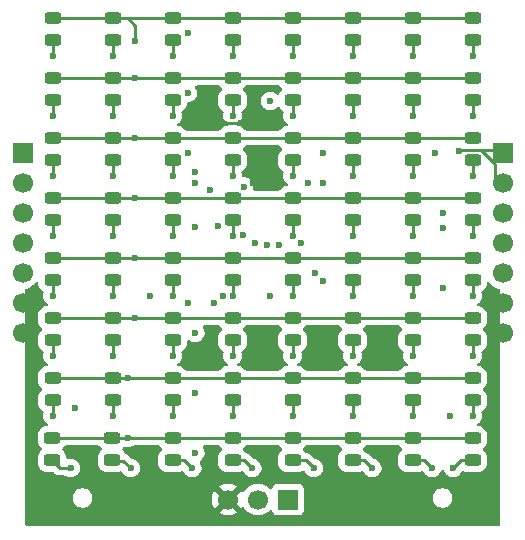
<source format=gtl>
%TF.GenerationSoftware,KiCad,Pcbnew,9.0.3*%
%TF.CreationDate,2025-10-16T19:58:58+02:00*%
%TF.ProjectId,ledkiv3,6c65646b-6976-4332-9e6b-696361645f70,rev?*%
%TF.SameCoordinates,Original*%
%TF.FileFunction,Copper,L1,Top*%
%TF.FilePolarity,Positive*%
%FSLAX46Y46*%
G04 Gerber Fmt 4.6, Leading zero omitted, Abs format (unit mm)*
G04 Created by KiCad (PCBNEW 9.0.3) date 2025-10-16 19:58:58*
%MOMM*%
%LPD*%
G01*
G04 APERTURE LIST*
G04 Aperture macros list*
%AMRoundRect*
0 Rectangle with rounded corners*
0 $1 Rounding radius*
0 $2 $3 $4 $5 $6 $7 $8 $9 X,Y pos of 4 corners*
0 Add a 4 corners polygon primitive as box body*
4,1,4,$2,$3,$4,$5,$6,$7,$8,$9,$2,$3,0*
0 Add four circle primitives for the rounded corners*
1,1,$1+$1,$2,$3*
1,1,$1+$1,$4,$5*
1,1,$1+$1,$6,$7*
1,1,$1+$1,$8,$9*
0 Add four rect primitives between the rounded corners*
20,1,$1+$1,$2,$3,$4,$5,0*
20,1,$1+$1,$4,$5,$6,$7,0*
20,1,$1+$1,$6,$7,$8,$9,0*
20,1,$1+$1,$8,$9,$2,$3,0*%
G04 Aperture macros list end*
%TA.AperFunction,ComponentPad*%
%ADD10R,1.700000X1.700000*%
%TD*%
%TA.AperFunction,ComponentPad*%
%ADD11C,1.700000*%
%TD*%
%TA.AperFunction,SMDPad,CuDef*%
%ADD12RoundRect,0.243750X0.456250X-0.243750X0.456250X0.243750X-0.456250X0.243750X-0.456250X-0.243750X0*%
%TD*%
%TA.AperFunction,ViaPad*%
%ADD13C,0.600000*%
%TD*%
%TA.AperFunction,Conductor*%
%ADD14C,0.250000*%
%TD*%
G04 APERTURE END LIST*
D10*
%TO.P,J3,1,Pin_1*%
%TO.N,VCC*%
X29836000Y-71166000D03*
D11*
%TO.P,J3,2,Pin_2*%
X29836000Y-73706000D03*
%TO.P,J3,3,Pin_3*%
%TO.N,/SDA*%
X29836000Y-76246000D03*
%TO.P,J3,4,Pin_4*%
%TO.N,/SCL*%
X29836000Y-78786000D03*
%TO.P,J3,5,Pin_5*%
%TO.N,/URX*%
X29836000Y-81326000D03*
%TO.P,J3,6,Pin_6*%
%TO.N,GND*%
X29836000Y-83866000D03*
%TO.P,J3,7,Pin_7*%
X29836000Y-86406000D03*
%TD*%
D10*
%TO.P,J1,1,Pin_1*%
%TO.N,VCC*%
X70476000Y-71166000D03*
D11*
%TO.P,J1,2,Pin_2*%
X70476000Y-73706000D03*
%TO.P,J1,3,Pin_3*%
%TO.N,/SDA*%
X70476000Y-76246000D03*
%TO.P,J1,4,Pin_4*%
%TO.N,/SCL*%
X70476000Y-78786000D03*
%TO.P,J1,5,Pin_5*%
%TO.N,/UTX*%
X70476000Y-81326000D03*
%TO.P,J1,6,Pin_6*%
%TO.N,GND*%
X70476000Y-83866000D03*
%TO.P,J1,7,Pin_7*%
X70476000Y-86406000D03*
%TD*%
D10*
%TO.P,J2,1,Pin_1*%
%TO.N,VCC*%
X52315000Y-100503000D03*
D11*
%TO.P,J2,2,Pin_2*%
%TO.N,/SWDIO*%
X49775000Y-100503000D03*
%TO.P,J2,3,Pin_3*%
%TO.N,GND*%
X47235000Y-100503000D03*
%TD*%
D12*
%TO.P,D7,1,K*%
%TO.N,/S7*%
X62856000Y-97171000D03*
%TO.P,D7,2,A*%
%TO.N,Net-(D1-A)*%
X62856000Y-95296000D03*
%TD*%
%TO.P,D55,1,K*%
%TO.N,/S7*%
X62856000Y-66691000D03*
%TO.P,D55,2,A*%
%TO.N,Net-(D49-A)*%
X62856000Y-64816000D03*
%TD*%
%TO.P,D32,1,K*%
%TO.N,/S8*%
X67936000Y-81931000D03*
%TO.P,D32,2,A*%
%TO.N,Net-(D25-A)*%
X67936000Y-80056000D03*
%TD*%
%TO.P,D33,1,K*%
%TO.N,/S1*%
X32376000Y-76851000D03*
%TO.P,D33,2,A*%
%TO.N,Net-(D33-A)*%
X32376000Y-74976000D03*
%TD*%
%TO.P,D34,1,K*%
%TO.N,/S2*%
X37456000Y-76851000D03*
%TO.P,D34,2,A*%
%TO.N,Net-(D33-A)*%
X37456000Y-74976000D03*
%TD*%
%TO.P,D17,1,K*%
%TO.N,/S1*%
X32376000Y-87011000D03*
%TO.P,D17,2,A*%
%TO.N,Net-(D17-A)*%
X32376000Y-85136000D03*
%TD*%
%TO.P,D59,1,K*%
%TO.N,/S3*%
X42536000Y-61611000D03*
%TO.P,D59,2,A*%
%TO.N,Net-(D57-A)*%
X42536000Y-59736000D03*
%TD*%
%TO.P,D53,1,K*%
%TO.N,/S5*%
X52696000Y-66691000D03*
%TO.P,D53,2,A*%
%TO.N,Net-(D49-A)*%
X52696000Y-64816000D03*
%TD*%
%TO.P,D13,1,K*%
%TO.N,/S5*%
X52696000Y-92091000D03*
%TO.P,D13,2,A*%
%TO.N,Net-(D10-A)*%
X52696000Y-90216000D03*
%TD*%
%TO.P,D3,1,K*%
%TO.N,/S3*%
X42536000Y-97171000D03*
%TO.P,D3,2,A*%
%TO.N,Net-(D1-A)*%
X42536000Y-95296000D03*
%TD*%
%TO.P,D46,1,K*%
%TO.N,/S6*%
X57776000Y-71771000D03*
%TO.P,D46,2,A*%
%TO.N,Net-(D41-A)*%
X57776000Y-69896000D03*
%TD*%
%TO.P,D15,1,K*%
%TO.N,/S7*%
X62856000Y-92091000D03*
%TO.P,D15,2,A*%
%TO.N,Net-(D10-A)*%
X62856000Y-90216000D03*
%TD*%
%TO.P,D19,1,K*%
%TO.N,/S3*%
X42536000Y-87011000D03*
%TO.P,D19,2,A*%
%TO.N,Net-(D17-A)*%
X42536000Y-85136000D03*
%TD*%
%TO.P,D38,1,K*%
%TO.N,/S6*%
X57776000Y-76851000D03*
%TO.P,D38,2,A*%
%TO.N,Net-(D33-A)*%
X57776000Y-74976000D03*
%TD*%
%TO.P,D31,1,K*%
%TO.N,/S7*%
X62856000Y-81931000D03*
%TO.P,D31,2,A*%
%TO.N,Net-(D25-A)*%
X62856000Y-80056000D03*
%TD*%
%TO.P,D10,1,K*%
%TO.N,/S2*%
X37456000Y-92091000D03*
%TO.P,D10,2,A*%
%TO.N,Net-(D10-A)*%
X37456000Y-90216000D03*
%TD*%
%TO.P,D27,1,K*%
%TO.N,/S3*%
X42536000Y-81931000D03*
%TO.P,D27,2,A*%
%TO.N,Net-(D25-A)*%
X42536000Y-80056000D03*
%TD*%
%TO.P,D1,1,K*%
%TO.N,/S1*%
X32336000Y-97171000D03*
%TO.P,D1,2,A*%
%TO.N,Net-(D1-A)*%
X32336000Y-95296000D03*
%TD*%
%TO.P,D40,1,K*%
%TO.N,/S8*%
X67936000Y-76851000D03*
%TO.P,D40,2,A*%
%TO.N,Net-(D33-A)*%
X67936000Y-74976000D03*
%TD*%
%TO.P,D47,1,K*%
%TO.N,/S7*%
X62856000Y-71771000D03*
%TO.P,D47,2,A*%
%TO.N,Net-(D41-A)*%
X62856000Y-69896000D03*
%TD*%
%TO.P,D8,1,K*%
%TO.N,/S8*%
X67936000Y-97171000D03*
%TO.P,D8,2,A*%
%TO.N,Net-(D1-A)*%
X67936000Y-95296000D03*
%TD*%
%TO.P,D14,1,K*%
%TO.N,/S6*%
X57776000Y-92091000D03*
%TO.P,D14,2,A*%
%TO.N,Net-(D10-A)*%
X57776000Y-90216000D03*
%TD*%
%TO.P,D36,1,K*%
%TO.N,/S4*%
X47616000Y-76851000D03*
%TO.P,D36,2,A*%
%TO.N,Net-(D33-A)*%
X47616000Y-74976000D03*
%TD*%
%TO.P,D30,1,K*%
%TO.N,/S6*%
X57776000Y-81931000D03*
%TO.P,D30,2,A*%
%TO.N,Net-(D25-A)*%
X57776000Y-80056000D03*
%TD*%
%TO.P,D18,1,K*%
%TO.N,/S2*%
X37456000Y-87011000D03*
%TO.P,D18,2,A*%
%TO.N,Net-(D17-A)*%
X37456000Y-85136000D03*
%TD*%
%TO.P,D16,1,K*%
%TO.N,/S8*%
X67936000Y-92091000D03*
%TO.P,D16,2,A*%
%TO.N,Net-(D10-A)*%
X67936000Y-90216000D03*
%TD*%
%TO.P,D61,1,K*%
%TO.N,/S5*%
X52696000Y-61611000D03*
%TO.P,D61,2,A*%
%TO.N,Net-(D57-A)*%
X52696000Y-59736000D03*
%TD*%
%TO.P,D29,1,K*%
%TO.N,/S5*%
X52696000Y-81931000D03*
%TO.P,D29,2,A*%
%TO.N,Net-(D25-A)*%
X52696000Y-80056000D03*
%TD*%
%TO.P,D6,1,K*%
%TO.N,/S6*%
X57776000Y-97171000D03*
%TO.P,D6,2,A*%
%TO.N,Net-(D1-A)*%
X57776000Y-95296000D03*
%TD*%
%TO.P,D50,1,K*%
%TO.N,/S2*%
X37456000Y-66691000D03*
%TO.P,D50,2,A*%
%TO.N,Net-(D49-A)*%
X37456000Y-64816000D03*
%TD*%
%TO.P,D54,1,K*%
%TO.N,/S6*%
X57776000Y-66691000D03*
%TO.P,D54,2,A*%
%TO.N,Net-(D49-A)*%
X57776000Y-64816000D03*
%TD*%
%TO.P,D35,1,K*%
%TO.N,/S3*%
X42536000Y-76851000D03*
%TO.P,D35,2,A*%
%TO.N,Net-(D33-A)*%
X42536000Y-74976000D03*
%TD*%
%TO.P,D41,1,K*%
%TO.N,/S1*%
X32376000Y-71771000D03*
%TO.P,D41,2,A*%
%TO.N,Net-(D41-A)*%
X32376000Y-69896000D03*
%TD*%
%TO.P,D42,1,K*%
%TO.N,/S2*%
X37456000Y-71771000D03*
%TO.P,D42,2,A*%
%TO.N,Net-(D41-A)*%
X37456000Y-69896000D03*
%TD*%
%TO.P,D45,1,K*%
%TO.N,/S5*%
X52696000Y-71771000D03*
%TO.P,D45,2,A*%
%TO.N,Net-(D41-A)*%
X52696000Y-69896000D03*
%TD*%
%TO.P,D9,1,K*%
%TO.N,/S1*%
X32376000Y-92091000D03*
%TO.P,D9,2,A*%
%TO.N,Net-(D10-A)*%
X32376000Y-90216000D03*
%TD*%
%TO.P,D57,1,K*%
%TO.N,/S1*%
X32376000Y-61611000D03*
%TO.P,D57,2,A*%
%TO.N,Net-(D57-A)*%
X32376000Y-59736000D03*
%TD*%
%TO.P,D12,1,K*%
%TO.N,/S4*%
X47616000Y-92091000D03*
%TO.P,D12,2,A*%
%TO.N,Net-(D10-A)*%
X47616000Y-90216000D03*
%TD*%
%TO.P,D20,1,K*%
%TO.N,/S4*%
X47616000Y-87011000D03*
%TO.P,D20,2,A*%
%TO.N,Net-(D17-A)*%
X47616000Y-85136000D03*
%TD*%
%TO.P,D24,1,K*%
%TO.N,/S8*%
X67936000Y-87011000D03*
%TO.P,D24,2,A*%
%TO.N,Net-(D17-A)*%
X67936000Y-85136000D03*
%TD*%
%TO.P,D43,1,K*%
%TO.N,/S3*%
X42536000Y-71771000D03*
%TO.P,D43,2,A*%
%TO.N,Net-(D41-A)*%
X42536000Y-69896000D03*
%TD*%
%TO.P,D49,1,K*%
%TO.N,/S1*%
X32376000Y-66691000D03*
%TO.P,D49,2,A*%
%TO.N,Net-(D49-A)*%
X32376000Y-64816000D03*
%TD*%
%TO.P,D28,1,K*%
%TO.N,/S4*%
X47616000Y-81931000D03*
%TO.P,D28,2,A*%
%TO.N,Net-(D25-A)*%
X47616000Y-80056000D03*
%TD*%
%TO.P,D11,1,K*%
%TO.N,/S3*%
X42536000Y-92091000D03*
%TO.P,D11,2,A*%
%TO.N,Net-(D10-A)*%
X42536000Y-90216000D03*
%TD*%
%TO.P,D2,1,K*%
%TO.N,/S2*%
X37416000Y-97171000D03*
%TO.P,D2,2,A*%
%TO.N,Net-(D1-A)*%
X37416000Y-95296000D03*
%TD*%
%TO.P,D44,1,K*%
%TO.N,/S4*%
X47616000Y-71771000D03*
%TO.P,D44,2,A*%
%TO.N,Net-(D41-A)*%
X47616000Y-69896000D03*
%TD*%
%TO.P,D23,1,K*%
%TO.N,/S7*%
X62856000Y-87011000D03*
%TO.P,D23,2,A*%
%TO.N,Net-(D17-A)*%
X62856000Y-85136000D03*
%TD*%
%TO.P,D56,1,K*%
%TO.N,/S8*%
X67936000Y-66691000D03*
%TO.P,D56,2,A*%
%TO.N,Net-(D49-A)*%
X67936000Y-64816000D03*
%TD*%
%TO.P,D37,1,K*%
%TO.N,/S5*%
X52696000Y-76851000D03*
%TO.P,D37,2,A*%
%TO.N,Net-(D33-A)*%
X52696000Y-74976000D03*
%TD*%
%TO.P,D58,1,K*%
%TO.N,/S2*%
X37456000Y-61611000D03*
%TO.P,D58,2,A*%
%TO.N,Net-(D57-A)*%
X37456000Y-59736000D03*
%TD*%
%TO.P,D39,1,K*%
%TO.N,/S7*%
X62856000Y-76851000D03*
%TO.P,D39,2,A*%
%TO.N,Net-(D33-A)*%
X62856000Y-74976000D03*
%TD*%
%TO.P,D26,1,K*%
%TO.N,/S2*%
X37456000Y-81931000D03*
%TO.P,D26,2,A*%
%TO.N,Net-(D25-A)*%
X37456000Y-80056000D03*
%TD*%
%TO.P,D5,1,K*%
%TO.N,/S5*%
X52696000Y-97171000D03*
%TO.P,D5,2,A*%
%TO.N,Net-(D1-A)*%
X52696000Y-95296000D03*
%TD*%
%TO.P,D52,1,K*%
%TO.N,/S4*%
X47616000Y-66691000D03*
%TO.P,D52,2,A*%
%TO.N,Net-(D49-A)*%
X47616000Y-64816000D03*
%TD*%
%TO.P,D60,1,K*%
%TO.N,/S4*%
X47616000Y-61611000D03*
%TO.P,D60,2,A*%
%TO.N,Net-(D57-A)*%
X47616000Y-59736000D03*
%TD*%
%TO.P,D64,1,K*%
%TO.N,/S8*%
X67936000Y-61611000D03*
%TO.P,D64,2,A*%
%TO.N,Net-(D57-A)*%
X67936000Y-59736000D03*
%TD*%
%TO.P,D25,1,K*%
%TO.N,/S1*%
X32376000Y-81931000D03*
%TO.P,D25,2,A*%
%TO.N,Net-(D25-A)*%
X32376000Y-80056000D03*
%TD*%
%TO.P,D4,1,K*%
%TO.N,/S4*%
X47616000Y-97171000D03*
%TO.P,D4,2,A*%
%TO.N,Net-(D1-A)*%
X47616000Y-95296000D03*
%TD*%
%TO.P,D21,1,K*%
%TO.N,/S5*%
X52696000Y-87011000D03*
%TO.P,D21,2,A*%
%TO.N,Net-(D17-A)*%
X52696000Y-85136000D03*
%TD*%
%TO.P,D22,1,K*%
%TO.N,/S6*%
X57776000Y-87011000D03*
%TO.P,D22,2,A*%
%TO.N,Net-(D17-A)*%
X57776000Y-85136000D03*
%TD*%
%TO.P,D51,1,K*%
%TO.N,/S3*%
X42536000Y-66691000D03*
%TO.P,D51,2,A*%
%TO.N,Net-(D49-A)*%
X42536000Y-64816000D03*
%TD*%
%TO.P,D63,1,K*%
%TO.N,/S7*%
X62856000Y-61611000D03*
%TO.P,D63,2,A*%
%TO.N,Net-(D57-A)*%
X62856000Y-59736000D03*
%TD*%
%TO.P,D48,1,K*%
%TO.N,/S8*%
X67936000Y-71771000D03*
%TO.P,D48,2,A*%
%TO.N,Net-(D41-A)*%
X67936000Y-69896000D03*
%TD*%
%TO.P,D62,1,K*%
%TO.N,/S6*%
X57776000Y-61611000D03*
%TO.P,D62,2,A*%
%TO.N,Net-(D57-A)*%
X57776000Y-59736000D03*
%TD*%
D13*
%TO.N,VCC*%
X66825798Y-71006202D03*
%TO.N,GND*%
X48291000Y-68664584D03*
%TO.N,Net-(D1-A)*%
X38726000Y-95296000D03*
%TO.N,VCC*%
X44440000Y-77432352D03*
X44440000Y-72752407D03*
X50802393Y-66760081D03*
X64761000Y-71166000D03*
X65396000Y-82596000D03*
X66031000Y-93391000D03*
%TO.N,Net-(D57-A)*%
X39361000Y-61641000D03*
%TO.N,Net-(D49-A)*%
X39361000Y-64816000D03*
%TO.N,Net-(D41-A)*%
X39361000Y-69896000D03*
%TO.N,Net-(D33-A)*%
X39361000Y-74976000D03*
%TO.N,Net-(D25-A)*%
X39361000Y-80056000D03*
%TO.N,Net-(D17-A)*%
X39361000Y-85176000D03*
%TO.N,Net-(D10-A)*%
X38726000Y-90216000D03*
%TO.N,VCC*%
X34281000Y-92756000D03*
%TO.N,GND*%
X45711000Y-67356000D03*
X49379400Y-73706000D03*
%TO.N,VCC*%
X46066697Y-83826000D03*
%TO.N,GND*%
X49440000Y-88946000D03*
X60951000Y-88946000D03*
X54601000Y-87676000D03*
X44441000Y-87676000D03*
%TO.N,/D8*%
X43806000Y-61006000D03*
X55236000Y-71166000D03*
%TO.N,/D7*%
X43806000Y-66086000D03*
X43806000Y-83826000D03*
%TO.N,/D6*%
X43806000Y-71166000D03*
X53966000Y-73706000D03*
%TO.N,/SWDIO*%
X50574006Y-78988200D03*
%TO.N,/D5*%
X54561000Y-81326000D03*
X55236000Y-73706000D03*
X44441000Y-73706000D03*
%TO.N,/D4*%
X40631000Y-83231000D03*
X49521000Y-78786000D03*
%TO.N,/D3*%
X48571301Y-74026303D03*
X45711000Y-74301000D03*
X46765997Y-83231000D03*
X44441000Y-86406000D03*
%TO.N,/D2*%
X50791000Y-83231000D03*
X44441000Y-91486000D03*
%TO.N,/D1*%
X55236000Y-81961000D03*
X44441000Y-96566000D03*
%TO.N,/SCL*%
X65396000Y-77516000D03*
%TO.N,/SDA*%
X65396000Y-76246000D03*
%TO.N,/S1*%
X32376000Y-88311000D03*
X32376000Y-78151000D03*
X32376000Y-73071000D03*
X32376000Y-93391000D03*
X32376000Y-67991000D03*
X33900000Y-97836000D03*
X32376000Y-83231000D03*
X32376000Y-62911000D03*
%TO.N,/S2*%
X37456000Y-93391000D03*
X37456000Y-88311000D03*
X37456000Y-83231000D03*
X37456000Y-62911000D03*
X37456000Y-73071000D03*
X37456000Y-67991000D03*
X37456000Y-78151000D03*
X38980000Y-97836000D03*
%TO.N,/S3*%
X42536000Y-67991000D03*
X44187000Y-97836000D03*
X42536000Y-73071000D03*
X42536000Y-93391000D03*
X42536000Y-62911000D03*
X42536000Y-83231000D03*
X42536000Y-78151000D03*
X42536000Y-88311000D03*
%TO.N,/S4*%
X47616000Y-83231000D03*
X49267000Y-97836000D03*
X47616000Y-93391000D03*
X47616000Y-78151000D03*
X47616000Y-67991000D03*
X47616000Y-88311000D03*
X47616000Y-62911000D03*
X47616000Y-73071000D03*
%TO.N,/S5*%
X52696000Y-78151000D03*
X52696000Y-88311000D03*
X52696000Y-93391000D03*
X52696000Y-83231000D03*
X52696000Y-73071000D03*
X52696000Y-67991000D03*
X54474000Y-97836000D03*
X52696000Y-62911000D03*
%TO.N,/S6*%
X57776000Y-83231000D03*
X59427000Y-97836000D03*
X57776000Y-73071000D03*
X57776000Y-78151000D03*
X57776000Y-67991000D03*
X57776000Y-62911000D03*
X57776000Y-93391000D03*
X57776000Y-88311000D03*
%TO.N,/S7*%
X62856000Y-88311000D03*
X62856000Y-83231000D03*
X62856000Y-62911000D03*
X62856000Y-78151000D03*
X62856000Y-67991000D03*
X62856000Y-73071000D03*
X64507000Y-97836000D03*
X62856000Y-93391000D03*
%TO.N,/S8*%
X67936000Y-67991000D03*
X67936000Y-93391000D03*
X67936000Y-62911000D03*
X67936000Y-78151000D03*
X66285000Y-97836000D03*
X67936000Y-88311000D03*
X67936000Y-83231000D03*
X67936000Y-73071000D03*
%TO.N,/SDA*%
X46404802Y-77352697D03*
%TO.N,/SCL*%
X48530400Y-78125600D03*
%TO.N,/UTX*%
X53371000Y-78814741D03*
%TO.N,/URX*%
X51527600Y-78989200D03*
%TD*%
D14*
%TO.N,VCC*%
X68571000Y-70907500D02*
X68655712Y-70907500D01*
X68571000Y-70907500D02*
X69850000Y-70907500D01*
X68655712Y-70907500D02*
X69850000Y-72101788D01*
X69850000Y-72101788D02*
X69850000Y-73706000D01*
X66924500Y-70907500D02*
X68571000Y-70907500D01*
X69850000Y-70907500D02*
X69850000Y-71166000D01*
X66825798Y-71006202D02*
X66924500Y-70907500D01*
%TO.N,GND*%
X47022000Y-68667000D02*
X45711000Y-67356000D01*
X48288584Y-68667000D02*
X47022000Y-68667000D01*
X48291000Y-68664584D02*
X48288584Y-68667000D01*
%TO.N,Net-(D1-A)*%
X38726000Y-95296000D02*
X67936000Y-95296000D01*
%TO.N,Net-(D57-A)*%
X38726000Y-59736000D02*
X67936000Y-59736000D01*
X39361000Y-61641000D02*
X39361000Y-60371000D01*
X39361000Y-60371000D02*
X38726000Y-59736000D01*
%TO.N,Net-(D49-A)*%
X39361000Y-64816000D02*
X67936000Y-64816000D01*
%TO.N,Net-(D41-A)*%
X32376000Y-69896000D02*
X39361000Y-69896000D01*
%TO.N,Net-(D33-A)*%
X39361000Y-74976000D02*
X67936000Y-74976000D01*
%TO.N,Net-(D25-A)*%
X39361000Y-80056000D02*
X67936000Y-80056000D01*
%TO.N,Net-(D10-A)*%
X38726000Y-90216000D02*
X67936000Y-90216000D01*
%TO.N,VCC*%
X46066697Y-83826000D02*
X46147697Y-83907000D01*
%TO.N,Net-(D1-A)*%
X32336000Y-95296000D02*
X38726000Y-95296000D01*
%TO.N,Net-(D10-A)*%
X32376000Y-90216000D02*
X38726000Y-90216000D01*
%TO.N,/S1*%
X32376000Y-92091000D02*
X32376000Y-93391000D01*
X32376000Y-81931000D02*
X32376000Y-83231000D01*
X32376000Y-76851000D02*
X32376000Y-78151000D01*
X33001000Y-97836000D02*
X32336000Y-97171000D01*
X32376000Y-87011000D02*
X32376000Y-88311000D01*
X32376000Y-66691000D02*
X32376000Y-67991000D01*
X32376000Y-71771000D02*
X32376000Y-73071000D01*
X33900000Y-97836000D02*
X33001000Y-97836000D01*
X32376000Y-61611000D02*
X32376000Y-62911000D01*
X32376000Y-61611000D02*
X32376000Y-61641000D01*
%TO.N,/S2*%
X37456000Y-81931000D02*
X37456000Y-81961000D01*
X37456000Y-61611000D02*
X37456000Y-62911000D01*
X37456000Y-81931000D02*
X37456000Y-83231000D01*
X37456000Y-87011000D02*
X37456000Y-88311000D01*
X37456000Y-76881000D02*
X37456000Y-78151000D01*
X37456000Y-92091000D02*
X37456000Y-92121000D01*
X37456000Y-66691000D02*
X37456000Y-66721000D01*
X37456000Y-71771000D02*
X37456000Y-71801000D01*
X37456000Y-92091000D02*
X37456000Y-93391000D01*
X37426000Y-97171000D02*
X37416000Y-97171000D01*
X37456000Y-66691000D02*
X37456000Y-67991000D01*
X37456000Y-71771000D02*
X37456000Y-73071000D01*
X37456000Y-76851000D02*
X37456000Y-76881000D01*
X38345000Y-97201000D02*
X37456000Y-97201000D01*
X37456000Y-97201000D02*
X37426000Y-97171000D01*
X38980000Y-97836000D02*
X38345000Y-97201000D01*
%TO.N,/S3*%
X42536000Y-92091000D02*
X42536000Y-92121000D01*
X42536000Y-76851000D02*
X42536000Y-78151000D01*
X42536000Y-87011000D02*
X42536000Y-88311000D01*
X42536000Y-92091000D02*
X42536000Y-93391000D01*
X42536000Y-61641000D02*
X42536000Y-62911000D01*
X42536000Y-97171000D02*
X43522000Y-97171000D01*
X42536000Y-61611000D02*
X42536000Y-61641000D01*
X42536000Y-66691000D02*
X42536000Y-67991000D01*
X42536000Y-81931000D02*
X42536000Y-81961000D01*
X42536000Y-76851000D02*
X42536000Y-76881000D01*
X42536000Y-66691000D02*
X42536000Y-66721000D01*
X43522000Y-97171000D02*
X44187000Y-97836000D01*
X42536000Y-71771000D02*
X42536000Y-71801000D01*
X42536000Y-71771000D02*
X42536000Y-73071000D01*
X42536000Y-81931000D02*
X42536000Y-83231000D01*
%TO.N,/S4*%
X47616000Y-92091000D02*
X47616000Y-93391000D01*
X47616000Y-61611000D02*
X47616000Y-61641000D01*
X47616000Y-97171000D02*
X48602000Y-97171000D01*
X47616000Y-76851000D02*
X47616000Y-76881000D01*
X47616000Y-87011000D02*
X47616000Y-88311000D01*
X47616000Y-66691000D02*
X47616000Y-67991000D01*
X47616000Y-71771000D02*
X47616000Y-73071000D01*
X47616000Y-66691000D02*
X47616000Y-66721000D01*
X47616000Y-87011000D02*
X47616000Y-87041000D01*
X48602000Y-97171000D02*
X49267000Y-97836000D01*
X47616000Y-71771000D02*
X47616000Y-71801000D01*
X47616000Y-81931000D02*
X47616000Y-83231000D01*
X47616000Y-92091000D02*
X47616000Y-92121000D01*
X47616000Y-76851000D02*
X47616000Y-78151000D01*
X47616000Y-61611000D02*
X47616000Y-62911000D01*
%TO.N,/S5*%
X52696000Y-66691000D02*
X52696000Y-66721000D01*
X52696000Y-81931000D02*
X52696000Y-83231000D01*
X52696000Y-92091000D02*
X52696000Y-93391000D01*
X52696000Y-61611000D02*
X52696000Y-62911000D01*
X52696000Y-76851000D02*
X52696000Y-78151000D01*
X52696000Y-92091000D02*
X52696000Y-92121000D01*
X52696000Y-76851000D02*
X52696000Y-76881000D01*
X52696000Y-87011000D02*
X52696000Y-88311000D01*
X53809000Y-97171000D02*
X54474000Y-97836000D01*
X52696000Y-97171000D02*
X53809000Y-97171000D01*
X52696000Y-71771000D02*
X52696000Y-71801000D01*
X52696000Y-66691000D02*
X52696000Y-67991000D01*
X52696000Y-81931000D02*
X52696000Y-81961000D01*
X52696000Y-71801000D02*
X52696000Y-73071000D01*
%TO.N,/S6*%
X57776000Y-76851000D02*
X57776000Y-78151000D01*
X57776000Y-87011000D02*
X57776000Y-87041000D01*
X59427000Y-97836000D02*
X58762000Y-97171000D01*
X57776000Y-66691000D02*
X57776000Y-67991000D01*
X57776000Y-81961000D02*
X57776000Y-83231000D01*
X57776000Y-61611000D02*
X57776000Y-62911000D01*
X57776000Y-92121000D02*
X57776000Y-93391000D01*
X57776000Y-81931000D02*
X57776000Y-81961000D01*
X57776000Y-87041000D02*
X57776000Y-88311000D01*
X57776000Y-92091000D02*
X57776000Y-92121000D01*
X57776000Y-66691000D02*
X57776000Y-66721000D01*
X57776000Y-76851000D02*
X57776000Y-76881000D01*
X57776000Y-71771000D02*
X57776000Y-73071000D01*
X58762000Y-97171000D02*
X57776000Y-97171000D01*
%TO.N,/S7*%
X62856000Y-97171000D02*
X62856000Y-97201000D01*
X62856000Y-76881000D02*
X62856000Y-78151000D01*
X62856000Y-92091000D02*
X62856000Y-93391000D01*
X63842000Y-97171000D02*
X64507000Y-97836000D01*
X62856000Y-76851000D02*
X62856000Y-76881000D01*
X62856000Y-92091000D02*
X62856000Y-92121000D01*
X62856000Y-97171000D02*
X63842000Y-97171000D01*
X62856000Y-87041000D02*
X62856000Y-88311000D01*
X62856000Y-71771000D02*
X62856000Y-73071000D01*
X62856000Y-66691000D02*
X62856000Y-67991000D01*
X62856000Y-61611000D02*
X62856000Y-62911000D01*
X62856000Y-81931000D02*
X62856000Y-83231000D01*
X62856000Y-87011000D02*
X62856000Y-87041000D01*
%TO.N,/S8*%
X67936000Y-87011000D02*
X67936000Y-87041000D01*
X67936000Y-66691000D02*
X67936000Y-67991000D01*
X67936000Y-81931000D02*
X67936000Y-83231000D01*
X67936000Y-87011000D02*
X67936000Y-88311000D01*
X67936000Y-97171000D02*
X66950000Y-97171000D01*
X67936000Y-61611000D02*
X67936000Y-62911000D01*
X66950000Y-97171000D02*
X66285000Y-97836000D01*
X67936000Y-92091000D02*
X67936000Y-92121000D01*
X67936000Y-71771000D02*
X67936000Y-73071000D01*
X67936000Y-76851000D02*
X67936000Y-78151000D01*
X67936000Y-92121000D02*
X67936000Y-93391000D01*
%TO.N,Net-(D17-A)*%
X32376000Y-85136000D02*
X67936000Y-85136000D01*
%TO.N,Net-(D25-A)*%
X32376000Y-80056000D02*
X39361000Y-80056000D01*
%TO.N,Net-(D33-A)*%
X32376000Y-74976000D02*
X39361000Y-74976000D01*
%TO.N,Net-(D41-A)*%
X39361000Y-69896000D02*
X67936000Y-69896000D01*
%TO.N,Net-(D49-A)*%
X32376000Y-64816000D02*
X39361000Y-64816000D01*
%TO.N,Net-(D57-A)*%
X32376000Y-59736000D02*
X38726000Y-59736000D01*
%TD*%
%TA.AperFunction,Conductor*%
%TO.N,GND*%
G36*
X69341703Y-82067864D02*
G01*
X69360816Y-82088689D01*
X69413772Y-82161577D01*
X69445896Y-82205792D01*
X69596213Y-82356109D01*
X69768179Y-82481048D01*
X69768181Y-82481049D01*
X69768184Y-82481051D01*
X69957588Y-82577557D01*
X70159757Y-82643246D01*
X70170895Y-82645010D01*
X70234029Y-82674936D01*
X70270962Y-82734245D01*
X70275500Y-82767483D01*
X70275500Y-102591500D01*
X70255815Y-102658539D01*
X70203011Y-102704294D01*
X70151500Y-102715500D01*
X30160500Y-102715500D01*
X30093461Y-102695815D01*
X30047706Y-102643011D01*
X30036500Y-102591500D01*
X30036500Y-100294592D01*
X34089500Y-100294592D01*
X34089500Y-100457407D01*
X34121259Y-100617073D01*
X34121262Y-100617082D01*
X34183562Y-100767490D01*
X34183563Y-100767492D01*
X34274015Y-100902862D01*
X34274018Y-100902866D01*
X34389133Y-101017981D01*
X34389137Y-101017984D01*
X34524505Y-101108435D01*
X34524506Y-101108435D01*
X34524507Y-101108436D01*
X34524509Y-101108437D01*
X34586012Y-101133912D01*
X34674919Y-101170738D01*
X34674921Y-101170738D01*
X34674926Y-101170740D01*
X34834592Y-101202499D01*
X34834595Y-101202500D01*
X34834597Y-101202500D01*
X34997405Y-101202500D01*
X34997406Y-101202499D01*
X35050629Y-101191912D01*
X35157073Y-101170740D01*
X35157076Y-101170738D01*
X35157081Y-101170738D01*
X35307495Y-101108435D01*
X35442863Y-101017984D01*
X35557984Y-100902863D01*
X35648435Y-100767495D01*
X35710738Y-100617081D01*
X35712289Y-100609287D01*
X35742499Y-100457407D01*
X35742500Y-100457405D01*
X35742500Y-100396753D01*
X45885000Y-100396753D01*
X45885000Y-100609246D01*
X45918242Y-100819127D01*
X45918242Y-100819130D01*
X45983904Y-101021217D01*
X46080375Y-101210550D01*
X46119728Y-101264716D01*
X46752037Y-100632408D01*
X46769075Y-100695993D01*
X46834901Y-100810007D01*
X46927993Y-100903099D01*
X47042007Y-100968925D01*
X47105590Y-100985962D01*
X46473282Y-101618269D01*
X46473282Y-101618270D01*
X46527449Y-101657624D01*
X46716782Y-101754095D01*
X46918870Y-101819757D01*
X47128754Y-101853000D01*
X47341246Y-101853000D01*
X47551127Y-101819757D01*
X47551130Y-101819757D01*
X47753217Y-101754095D01*
X47942554Y-101657622D01*
X47996716Y-101618270D01*
X47996717Y-101618270D01*
X47364408Y-100985962D01*
X47427993Y-100968925D01*
X47542007Y-100903099D01*
X47635099Y-100810007D01*
X47700925Y-100695993D01*
X47717962Y-100632408D01*
X48350270Y-101264717D01*
X48350270Y-101264716D01*
X48389622Y-101210555D01*
X48394232Y-101201507D01*
X48442205Y-101150709D01*
X48510025Y-101133912D01*
X48576161Y-101156447D01*
X48615204Y-101201504D01*
X48619949Y-101210817D01*
X48744890Y-101382786D01*
X48895213Y-101533109D01*
X49067179Y-101658048D01*
X49067181Y-101658049D01*
X49067184Y-101658051D01*
X49256588Y-101754557D01*
X49458757Y-101820246D01*
X49668713Y-101853500D01*
X49668714Y-101853500D01*
X49881286Y-101853500D01*
X49881287Y-101853500D01*
X50091243Y-101820246D01*
X50293412Y-101754557D01*
X50482816Y-101658051D01*
X50654792Y-101533104D01*
X50768329Y-101419566D01*
X50829648Y-101386084D01*
X50899340Y-101391068D01*
X50955274Y-101432939D01*
X50972189Y-101463917D01*
X51021202Y-101595328D01*
X51021206Y-101595335D01*
X51107452Y-101710544D01*
X51107455Y-101710547D01*
X51222664Y-101796793D01*
X51222671Y-101796797D01*
X51357517Y-101847091D01*
X51357516Y-101847091D01*
X51364444Y-101847835D01*
X51417127Y-101853500D01*
X53212872Y-101853499D01*
X53272483Y-101847091D01*
X53407331Y-101796796D01*
X53522546Y-101710546D01*
X53608796Y-101595331D01*
X53659091Y-101460483D01*
X53665500Y-101400873D01*
X53665499Y-100294592D01*
X64569500Y-100294592D01*
X64569500Y-100457407D01*
X64601259Y-100617073D01*
X64601262Y-100617082D01*
X64663562Y-100767490D01*
X64663563Y-100767492D01*
X64754015Y-100902862D01*
X64754018Y-100902866D01*
X64869133Y-101017981D01*
X64869137Y-101017984D01*
X65004505Y-101108435D01*
X65004506Y-101108435D01*
X65004507Y-101108436D01*
X65004509Y-101108437D01*
X65066012Y-101133912D01*
X65154919Y-101170738D01*
X65154921Y-101170738D01*
X65154926Y-101170740D01*
X65314592Y-101202499D01*
X65314595Y-101202500D01*
X65314597Y-101202500D01*
X65477405Y-101202500D01*
X65477406Y-101202499D01*
X65530629Y-101191912D01*
X65637073Y-101170740D01*
X65637076Y-101170738D01*
X65637081Y-101170738D01*
X65787495Y-101108435D01*
X65922863Y-101017984D01*
X66037984Y-100902863D01*
X66128435Y-100767495D01*
X66190738Y-100617081D01*
X66192289Y-100609287D01*
X66222499Y-100457407D01*
X66222500Y-100457405D01*
X66222500Y-100294594D01*
X66222499Y-100294592D01*
X66190740Y-100134926D01*
X66190737Y-100134917D01*
X66128437Y-99984509D01*
X66128436Y-99984507D01*
X66037984Y-99849137D01*
X66037981Y-99849133D01*
X65922866Y-99734018D01*
X65922862Y-99734015D01*
X65787492Y-99643563D01*
X65787490Y-99643562D01*
X65637082Y-99581262D01*
X65637073Y-99581259D01*
X65477406Y-99549500D01*
X65477403Y-99549500D01*
X65314597Y-99549500D01*
X65314594Y-99549500D01*
X65154926Y-99581259D01*
X65154917Y-99581262D01*
X65004509Y-99643562D01*
X65004507Y-99643563D01*
X64869137Y-99734015D01*
X64869133Y-99734018D01*
X64754018Y-99849133D01*
X64754015Y-99849137D01*
X64663563Y-99984507D01*
X64663562Y-99984509D01*
X64601262Y-100134917D01*
X64601259Y-100134926D01*
X64569500Y-100294592D01*
X53665499Y-100294592D01*
X53665499Y-99605128D01*
X53659091Y-99545517D01*
X53657810Y-99542083D01*
X53608797Y-99410671D01*
X53608793Y-99410664D01*
X53522547Y-99295455D01*
X53522544Y-99295452D01*
X53407335Y-99209206D01*
X53407328Y-99209202D01*
X53272482Y-99158908D01*
X53272483Y-99158908D01*
X53212883Y-99152501D01*
X53212881Y-99152500D01*
X53212873Y-99152500D01*
X53212864Y-99152500D01*
X51417129Y-99152500D01*
X51417123Y-99152501D01*
X51357516Y-99158908D01*
X51222671Y-99209202D01*
X51222664Y-99209206D01*
X51107455Y-99295452D01*
X51107452Y-99295455D01*
X51021206Y-99410664D01*
X51021203Y-99410669D01*
X50972189Y-99542083D01*
X50930317Y-99598016D01*
X50864853Y-99622433D01*
X50796580Y-99607581D01*
X50768326Y-99586430D01*
X50654786Y-99472890D01*
X50482820Y-99347951D01*
X50293414Y-99251444D01*
X50293413Y-99251443D01*
X50293412Y-99251443D01*
X50091243Y-99185754D01*
X50091241Y-99185753D01*
X50091240Y-99185753D01*
X49929957Y-99160208D01*
X49881287Y-99152500D01*
X49668713Y-99152500D01*
X49620042Y-99160208D01*
X49458760Y-99185753D01*
X49256585Y-99251444D01*
X49067179Y-99347951D01*
X48895213Y-99472890D01*
X48744890Y-99623213D01*
X48619949Y-99795182D01*
X48615202Y-99804499D01*
X48567227Y-99855293D01*
X48499405Y-99872087D01*
X48433271Y-99849548D01*
X48394234Y-99804495D01*
X48389626Y-99795452D01*
X48350270Y-99741282D01*
X48350269Y-99741282D01*
X47717962Y-100373590D01*
X47700925Y-100310007D01*
X47635099Y-100195993D01*
X47542007Y-100102901D01*
X47427993Y-100037075D01*
X47364409Y-100020037D01*
X47996716Y-99387728D01*
X47942550Y-99348375D01*
X47753217Y-99251904D01*
X47551129Y-99186242D01*
X47341246Y-99153000D01*
X47128754Y-99153000D01*
X46918872Y-99186242D01*
X46918869Y-99186242D01*
X46716782Y-99251904D01*
X46527439Y-99348380D01*
X46473282Y-99387727D01*
X46473282Y-99387728D01*
X47105591Y-100020037D01*
X47042007Y-100037075D01*
X46927993Y-100102901D01*
X46834901Y-100195993D01*
X46769075Y-100310007D01*
X46752037Y-100373591D01*
X46119728Y-99741282D01*
X46119727Y-99741282D01*
X46080380Y-99795439D01*
X45983904Y-99984782D01*
X45918242Y-100186869D01*
X45918242Y-100186872D01*
X45885000Y-100396753D01*
X35742500Y-100396753D01*
X35742500Y-100294594D01*
X35742499Y-100294592D01*
X35710740Y-100134926D01*
X35710737Y-100134917D01*
X35648437Y-99984509D01*
X35648436Y-99984507D01*
X35557984Y-99849137D01*
X35557981Y-99849133D01*
X35442866Y-99734018D01*
X35442862Y-99734015D01*
X35307492Y-99643563D01*
X35307490Y-99643562D01*
X35157082Y-99581262D01*
X35157073Y-99581259D01*
X35033120Y-99556604D01*
X35033119Y-99556604D01*
X34997405Y-99549500D01*
X34997403Y-99549500D01*
X34834597Y-99549500D01*
X34834594Y-99549500D01*
X34674926Y-99581259D01*
X34674917Y-99581262D01*
X34524509Y-99643562D01*
X34524507Y-99643563D01*
X34389137Y-99734015D01*
X34389133Y-99734018D01*
X34274018Y-99849133D01*
X34274015Y-99849137D01*
X34183563Y-99984507D01*
X34183562Y-99984509D01*
X34121262Y-100134917D01*
X34121259Y-100134926D01*
X34089500Y-100294592D01*
X30036500Y-100294592D01*
X30036500Y-82767483D01*
X30056185Y-82700444D01*
X30108989Y-82654689D01*
X30141101Y-82645010D01*
X30152243Y-82643246D01*
X30354412Y-82577557D01*
X30543816Y-82481051D01*
X30571055Y-82461261D01*
X30715786Y-82356109D01*
X30715788Y-82356106D01*
X30715792Y-82356104D01*
X30866104Y-82205792D01*
X30951182Y-82088691D01*
X31006511Y-82046026D01*
X31076124Y-82040047D01*
X31137920Y-82072652D01*
X31172277Y-82133491D01*
X31175500Y-82161577D01*
X31175500Y-82224355D01*
X31185913Y-82326276D01*
X31240637Y-82491422D01*
X31240642Y-82491433D01*
X31331971Y-82639499D01*
X31331974Y-82639503D01*
X31454997Y-82762526D01*
X31563133Y-82829225D01*
X31609855Y-82881171D01*
X31621078Y-82950134D01*
X31612597Y-82982210D01*
X31606263Y-82997502D01*
X31606260Y-82997511D01*
X31575500Y-83152153D01*
X31575500Y-83309846D01*
X31606261Y-83464489D01*
X31606264Y-83464501D01*
X31666602Y-83610172D01*
X31666609Y-83610185D01*
X31754210Y-83741288D01*
X31754213Y-83741292D01*
X31865707Y-83852786D01*
X31865711Y-83852789D01*
X31967642Y-83920898D01*
X32012447Y-83974510D01*
X32021154Y-84043835D01*
X31990999Y-84106863D01*
X31931556Y-84143582D01*
X31898751Y-84148000D01*
X31870144Y-84148000D01*
X31768223Y-84158413D01*
X31603077Y-84213137D01*
X31603066Y-84213142D01*
X31455000Y-84304471D01*
X31454996Y-84304474D01*
X31331974Y-84427496D01*
X31331971Y-84427500D01*
X31240642Y-84575566D01*
X31240637Y-84575577D01*
X31185913Y-84740723D01*
X31175500Y-84842644D01*
X31175500Y-85429355D01*
X31185913Y-85531276D01*
X31240637Y-85696422D01*
X31240642Y-85696433D01*
X31331971Y-85844499D01*
X31331974Y-85844503D01*
X31454996Y-85967525D01*
X31455000Y-85967528D01*
X31455703Y-85967962D01*
X31456083Y-85968385D01*
X31460664Y-85972007D01*
X31460045Y-85972789D01*
X31502428Y-86019910D01*
X31513649Y-86088872D01*
X31485806Y-86152954D01*
X31460544Y-86174842D01*
X31460664Y-86174993D01*
X31457315Y-86177640D01*
X31455703Y-86179038D01*
X31455000Y-86179471D01*
X31454996Y-86179474D01*
X31331974Y-86302496D01*
X31331971Y-86302500D01*
X31240642Y-86450566D01*
X31240637Y-86450577D01*
X31185913Y-86615723D01*
X31175500Y-86717644D01*
X31175500Y-87304355D01*
X31185913Y-87406276D01*
X31240637Y-87571422D01*
X31240642Y-87571433D01*
X31331971Y-87719499D01*
X31331974Y-87719503D01*
X31454997Y-87842526D01*
X31563133Y-87909225D01*
X31609855Y-87961171D01*
X31621078Y-88030134D01*
X31612597Y-88062210D01*
X31606263Y-88077502D01*
X31606260Y-88077511D01*
X31575500Y-88232153D01*
X31575500Y-88389846D01*
X31606261Y-88544489D01*
X31606264Y-88544501D01*
X31666602Y-88690172D01*
X31666609Y-88690185D01*
X31754210Y-88821288D01*
X31754213Y-88821292D01*
X31865707Y-88932786D01*
X31865711Y-88932789D01*
X31967642Y-89000898D01*
X32012447Y-89054510D01*
X32021154Y-89123835D01*
X31990999Y-89186863D01*
X31931556Y-89223582D01*
X31898751Y-89228000D01*
X31870144Y-89228000D01*
X31768223Y-89238413D01*
X31603077Y-89293137D01*
X31603066Y-89293142D01*
X31455000Y-89384471D01*
X31454996Y-89384474D01*
X31331974Y-89507496D01*
X31331971Y-89507500D01*
X31240642Y-89655566D01*
X31240637Y-89655577D01*
X31185913Y-89820723D01*
X31175500Y-89922644D01*
X31175500Y-90509355D01*
X31185913Y-90611276D01*
X31240637Y-90776422D01*
X31240642Y-90776433D01*
X31331971Y-90924499D01*
X31331974Y-90924503D01*
X31454996Y-91047525D01*
X31455000Y-91047528D01*
X31455703Y-91047962D01*
X31456083Y-91048385D01*
X31460664Y-91052007D01*
X31460045Y-91052789D01*
X31502428Y-91099910D01*
X31513649Y-91168872D01*
X31485806Y-91232954D01*
X31460544Y-91254842D01*
X31460664Y-91254993D01*
X31457315Y-91257640D01*
X31455703Y-91259038D01*
X31455000Y-91259471D01*
X31454996Y-91259474D01*
X31331974Y-91382496D01*
X31331971Y-91382500D01*
X31240642Y-91530566D01*
X31240637Y-91530577D01*
X31185913Y-91695723D01*
X31175500Y-91797644D01*
X31175500Y-92384355D01*
X31185913Y-92486276D01*
X31240637Y-92651422D01*
X31240642Y-92651433D01*
X31331971Y-92799499D01*
X31331974Y-92799503D01*
X31454997Y-92922526D01*
X31563133Y-92989225D01*
X31609855Y-93041171D01*
X31621078Y-93110134D01*
X31612597Y-93142210D01*
X31606263Y-93157502D01*
X31606260Y-93157511D01*
X31575500Y-93312153D01*
X31575500Y-93469846D01*
X31606261Y-93624489D01*
X31606264Y-93624501D01*
X31666602Y-93770172D01*
X31666609Y-93770185D01*
X31754210Y-93901288D01*
X31754213Y-93901292D01*
X31865707Y-94012786D01*
X31865711Y-94012789D01*
X31967642Y-94080898D01*
X32012447Y-94134510D01*
X32021154Y-94203835D01*
X31990999Y-94266863D01*
X31931556Y-94303582D01*
X31898751Y-94308000D01*
X31830144Y-94308000D01*
X31728223Y-94318413D01*
X31563077Y-94373137D01*
X31563066Y-94373142D01*
X31415000Y-94464471D01*
X31414996Y-94464474D01*
X31291974Y-94587496D01*
X31291971Y-94587500D01*
X31200642Y-94735566D01*
X31200637Y-94735577D01*
X31145913Y-94900723D01*
X31135500Y-95002644D01*
X31135500Y-95589355D01*
X31145913Y-95691276D01*
X31200637Y-95856422D01*
X31200642Y-95856433D01*
X31291971Y-96004499D01*
X31291974Y-96004503D01*
X31414996Y-96127525D01*
X31415000Y-96127528D01*
X31415703Y-96127962D01*
X31416083Y-96128385D01*
X31420664Y-96132007D01*
X31420045Y-96132789D01*
X31462428Y-96179910D01*
X31473649Y-96248872D01*
X31445806Y-96312954D01*
X31420544Y-96334842D01*
X31420664Y-96334993D01*
X31417315Y-96337640D01*
X31415703Y-96339038D01*
X31415000Y-96339471D01*
X31414996Y-96339474D01*
X31291974Y-96462496D01*
X31291971Y-96462500D01*
X31200642Y-96610566D01*
X31200637Y-96610577D01*
X31145913Y-96775723D01*
X31135500Y-96877644D01*
X31135500Y-97464355D01*
X31145913Y-97566276D01*
X31200637Y-97731422D01*
X31200642Y-97731433D01*
X31291971Y-97879499D01*
X31291974Y-97879503D01*
X31414996Y-98002525D01*
X31415000Y-98002528D01*
X31563066Y-98093857D01*
X31563069Y-98093858D01*
X31563075Y-98093862D01*
X31728225Y-98148587D01*
X31830152Y-98159000D01*
X32388048Y-98159000D01*
X32417488Y-98167644D01*
X32447475Y-98174168D01*
X32452490Y-98177922D01*
X32455087Y-98178685D01*
X32475729Y-98195319D01*
X32512016Y-98231606D01*
X32512045Y-98231637D01*
X32602264Y-98321856D01*
X32602267Y-98321858D01*
X32638831Y-98346289D01*
X32704714Y-98390312D01*
X32785207Y-98423652D01*
X32818548Y-98437463D01*
X32878971Y-98449481D01*
X32939393Y-98461500D01*
X32939394Y-98461500D01*
X33357650Y-98461500D01*
X33424689Y-98481185D01*
X33426541Y-98482398D01*
X33520821Y-98545394D01*
X33520823Y-98545395D01*
X33520827Y-98545397D01*
X33666498Y-98605735D01*
X33666503Y-98605737D01*
X33821153Y-98636499D01*
X33821156Y-98636500D01*
X33821158Y-98636500D01*
X33978844Y-98636500D01*
X33978845Y-98636499D01*
X34133497Y-98605737D01*
X34279179Y-98545394D01*
X34410289Y-98457789D01*
X34521789Y-98346289D01*
X34609394Y-98215179D01*
X34669737Y-98069497D01*
X34700500Y-97914842D01*
X34700500Y-97757158D01*
X34700500Y-97757155D01*
X34700499Y-97757153D01*
X34695381Y-97731422D01*
X34669737Y-97602503D01*
X34669735Y-97602498D01*
X34609397Y-97456827D01*
X34609390Y-97456814D01*
X34521789Y-97325711D01*
X34521786Y-97325707D01*
X34410292Y-97214213D01*
X34410288Y-97214210D01*
X34279185Y-97126609D01*
X34279172Y-97126602D01*
X34133501Y-97066264D01*
X34133489Y-97066261D01*
X33978845Y-97035500D01*
X33978842Y-97035500D01*
X33821158Y-97035500D01*
X33821153Y-97035500D01*
X33684691Y-97062644D01*
X33615099Y-97056417D01*
X33559922Y-97013554D01*
X33536678Y-96947664D01*
X33536500Y-96941027D01*
X33536500Y-96877657D01*
X33536499Y-96877644D01*
X33526087Y-96775725D01*
X33471362Y-96610575D01*
X33471358Y-96610569D01*
X33471357Y-96610566D01*
X33380028Y-96462500D01*
X33380025Y-96462496D01*
X33257004Y-96339475D01*
X33257003Y-96339474D01*
X33256301Y-96339041D01*
X33255921Y-96338618D01*
X33251336Y-96334993D01*
X33251955Y-96334209D01*
X33209575Y-96287098D01*
X33198349Y-96218136D01*
X33226188Y-96154052D01*
X33251455Y-96132157D01*
X33251336Y-96132007D01*
X33254687Y-96129356D01*
X33256299Y-96127959D01*
X33257003Y-96127526D01*
X33380026Y-96004503D01*
X33394891Y-95980403D01*
X33446837Y-95933679D01*
X33500429Y-95921500D01*
X36251571Y-95921500D01*
X36318610Y-95941185D01*
X36357110Y-95980404D01*
X36371973Y-96004502D01*
X36494996Y-96127525D01*
X36495000Y-96127528D01*
X36495703Y-96127962D01*
X36496083Y-96128385D01*
X36500664Y-96132007D01*
X36500045Y-96132789D01*
X36542428Y-96179910D01*
X36553649Y-96248872D01*
X36525806Y-96312954D01*
X36500544Y-96334842D01*
X36500664Y-96334993D01*
X36497315Y-96337640D01*
X36495703Y-96339038D01*
X36495000Y-96339471D01*
X36494996Y-96339474D01*
X36371974Y-96462496D01*
X36371971Y-96462500D01*
X36280642Y-96610566D01*
X36280637Y-96610577D01*
X36225913Y-96775723D01*
X36215500Y-96877644D01*
X36215500Y-97464355D01*
X36225913Y-97566276D01*
X36280637Y-97731422D01*
X36280642Y-97731433D01*
X36371971Y-97879499D01*
X36371974Y-97879503D01*
X36494996Y-98002525D01*
X36495000Y-98002528D01*
X36643066Y-98093857D01*
X36643069Y-98093858D01*
X36643075Y-98093862D01*
X36808225Y-98148587D01*
X36910152Y-98159000D01*
X36910157Y-98159000D01*
X37921843Y-98159000D01*
X37921848Y-98159000D01*
X38023775Y-98148587D01*
X38107118Y-98120969D01*
X38176946Y-98118568D01*
X38236988Y-98154300D01*
X38260683Y-98191224D01*
X38270602Y-98215172D01*
X38270609Y-98215185D01*
X38358210Y-98346288D01*
X38358213Y-98346292D01*
X38469707Y-98457786D01*
X38469711Y-98457789D01*
X38600814Y-98545390D01*
X38600827Y-98545397D01*
X38746498Y-98605735D01*
X38746503Y-98605737D01*
X38901153Y-98636499D01*
X38901156Y-98636500D01*
X38901158Y-98636500D01*
X39058844Y-98636500D01*
X39058845Y-98636499D01*
X39213497Y-98605737D01*
X39359179Y-98545394D01*
X39490289Y-98457789D01*
X39601789Y-98346289D01*
X39689394Y-98215179D01*
X39749737Y-98069497D01*
X39780500Y-97914842D01*
X39780500Y-97757158D01*
X39780500Y-97757155D01*
X39780499Y-97757153D01*
X39775381Y-97731422D01*
X39749737Y-97602503D01*
X39749735Y-97602498D01*
X39689397Y-97456827D01*
X39689390Y-97456814D01*
X39601789Y-97325711D01*
X39601786Y-97325707D01*
X39490292Y-97214213D01*
X39490288Y-97214210D01*
X39359185Y-97126609D01*
X39359172Y-97126602D01*
X39213501Y-97066264D01*
X39213489Y-97066261D01*
X39102285Y-97044141D01*
X39040374Y-97011756D01*
X39038795Y-97010205D01*
X38840822Y-96812232D01*
X38830859Y-96802269D01*
X38830858Y-96802267D01*
X38743733Y-96715142D01*
X38692509Y-96680915D01*
X38641286Y-96646688D01*
X38587459Y-96624392D01*
X38533057Y-96580553D01*
X38529394Y-96574960D01*
X38460026Y-96462497D01*
X38337003Y-96339474D01*
X38336301Y-96339041D01*
X38335921Y-96338618D01*
X38331336Y-96334993D01*
X38331955Y-96334209D01*
X38289575Y-96287098D01*
X38278349Y-96218136D01*
X38306188Y-96154052D01*
X38318035Y-96141699D01*
X38326527Y-96133987D01*
X38337003Y-96127526D01*
X38370170Y-96094358D01*
X38372371Y-96092360D01*
X38401228Y-96078361D01*
X38429368Y-96062996D01*
X38432634Y-96063127D01*
X38435235Y-96061866D01*
X38452321Y-96063918D01*
X38486381Y-96065287D01*
X38486528Y-96064549D01*
X38491220Y-96065482D01*
X38491732Y-96065503D01*
X38492498Y-96065735D01*
X38492503Y-96065737D01*
X38492507Y-96065737D01*
X38492508Y-96065738D01*
X38647153Y-96096499D01*
X38647156Y-96096500D01*
X38647158Y-96096500D01*
X38804844Y-96096500D01*
X38804845Y-96096499D01*
X38959497Y-96065737D01*
X39105179Y-96005394D01*
X39199459Y-95942398D01*
X39266136Y-95921520D01*
X39268350Y-95921500D01*
X41371571Y-95921500D01*
X41438610Y-95941185D01*
X41477110Y-95980404D01*
X41491973Y-96004502D01*
X41614996Y-96127525D01*
X41615000Y-96127528D01*
X41615703Y-96127962D01*
X41616083Y-96128385D01*
X41620664Y-96132007D01*
X41620045Y-96132789D01*
X41662428Y-96179910D01*
X41673649Y-96248872D01*
X41645806Y-96312954D01*
X41620544Y-96334842D01*
X41620664Y-96334993D01*
X41617315Y-96337640D01*
X41615703Y-96339038D01*
X41615000Y-96339471D01*
X41614996Y-96339474D01*
X41491974Y-96462496D01*
X41491971Y-96462500D01*
X41400642Y-96610566D01*
X41400637Y-96610577D01*
X41345913Y-96775723D01*
X41335500Y-96877644D01*
X41335500Y-97464355D01*
X41345913Y-97566276D01*
X41400637Y-97731422D01*
X41400642Y-97731433D01*
X41491971Y-97879499D01*
X41491974Y-97879503D01*
X41614996Y-98002525D01*
X41615000Y-98002528D01*
X41763066Y-98093857D01*
X41763069Y-98093858D01*
X41763075Y-98093862D01*
X41928225Y-98148587D01*
X42030152Y-98159000D01*
X42030157Y-98159000D01*
X43041843Y-98159000D01*
X43041848Y-98159000D01*
X43143775Y-98148587D01*
X43303619Y-98095619D01*
X43373445Y-98093218D01*
X43433487Y-98128950D01*
X43457182Y-98165872D01*
X43462490Y-98178685D01*
X43477603Y-98215172D01*
X43477606Y-98215178D01*
X43477609Y-98215185D01*
X43565210Y-98346288D01*
X43565213Y-98346292D01*
X43676707Y-98457786D01*
X43676711Y-98457789D01*
X43807814Y-98545390D01*
X43807827Y-98545397D01*
X43953498Y-98605735D01*
X43953503Y-98605737D01*
X44108153Y-98636499D01*
X44108156Y-98636500D01*
X44108158Y-98636500D01*
X44265844Y-98636500D01*
X44265845Y-98636499D01*
X44420497Y-98605737D01*
X44566179Y-98545394D01*
X44697289Y-98457789D01*
X44808789Y-98346289D01*
X44896394Y-98215179D01*
X44956737Y-98069497D01*
X44987500Y-97914842D01*
X44987500Y-97757158D01*
X44987500Y-97757155D01*
X44987499Y-97757153D01*
X44982381Y-97731422D01*
X44956737Y-97602503D01*
X44956735Y-97602498D01*
X44896397Y-97456827D01*
X44896390Y-97456814D01*
X44857952Y-97399288D01*
X44837074Y-97332611D01*
X44855558Y-97265231D01*
X44892160Y-97227297D01*
X44951289Y-97187789D01*
X45062789Y-97076289D01*
X45150394Y-96945179D01*
X45210737Y-96799497D01*
X45241500Y-96644842D01*
X45241500Y-96487158D01*
X45241500Y-96487155D01*
X45241499Y-96487153D01*
X45236594Y-96462495D01*
X45210737Y-96332503D01*
X45163365Y-96218136D01*
X45150397Y-96186827D01*
X45150390Y-96186814D01*
X45101998Y-96114391D01*
X45081120Y-96047714D01*
X45099604Y-95980334D01*
X45151583Y-95933643D01*
X45205100Y-95921500D01*
X46451571Y-95921500D01*
X46518610Y-95941185D01*
X46557110Y-95980404D01*
X46571973Y-96004502D01*
X46694996Y-96127525D01*
X46695000Y-96127528D01*
X46695703Y-96127962D01*
X46696083Y-96128385D01*
X46700664Y-96132007D01*
X46700045Y-96132789D01*
X46742428Y-96179910D01*
X46753649Y-96248872D01*
X46725806Y-96312954D01*
X46700544Y-96334842D01*
X46700664Y-96334993D01*
X46697315Y-96337640D01*
X46695703Y-96339038D01*
X46695000Y-96339471D01*
X46694996Y-96339474D01*
X46571974Y-96462496D01*
X46571971Y-96462500D01*
X46480642Y-96610566D01*
X46480637Y-96610577D01*
X46425913Y-96775723D01*
X46415500Y-96877644D01*
X46415500Y-97464355D01*
X46425913Y-97566276D01*
X46480637Y-97731422D01*
X46480642Y-97731433D01*
X46571971Y-97879499D01*
X46571974Y-97879503D01*
X46694996Y-98002525D01*
X46695000Y-98002528D01*
X46843066Y-98093857D01*
X46843069Y-98093858D01*
X46843075Y-98093862D01*
X47008225Y-98148587D01*
X47110152Y-98159000D01*
X47110157Y-98159000D01*
X48121843Y-98159000D01*
X48121848Y-98159000D01*
X48223775Y-98148587D01*
X48383619Y-98095619D01*
X48453445Y-98093218D01*
X48513487Y-98128950D01*
X48537182Y-98165872D01*
X48542490Y-98178685D01*
X48557603Y-98215172D01*
X48557606Y-98215178D01*
X48557609Y-98215185D01*
X48645210Y-98346288D01*
X48645213Y-98346292D01*
X48756707Y-98457786D01*
X48756711Y-98457789D01*
X48887814Y-98545390D01*
X48887827Y-98545397D01*
X49033498Y-98605735D01*
X49033503Y-98605737D01*
X49188153Y-98636499D01*
X49188156Y-98636500D01*
X49188158Y-98636500D01*
X49345844Y-98636500D01*
X49345845Y-98636499D01*
X49500497Y-98605737D01*
X49646179Y-98545394D01*
X49777289Y-98457789D01*
X49888789Y-98346289D01*
X49976394Y-98215179D01*
X50036737Y-98069497D01*
X50067500Y-97914842D01*
X50067500Y-97757158D01*
X50067500Y-97757155D01*
X50067499Y-97757153D01*
X50062381Y-97731422D01*
X50036737Y-97602503D01*
X50036735Y-97602498D01*
X49976397Y-97456827D01*
X49976390Y-97456814D01*
X49888789Y-97325711D01*
X49888786Y-97325707D01*
X49777292Y-97214213D01*
X49777288Y-97214210D01*
X49646185Y-97126609D01*
X49646172Y-97126602D01*
X49500501Y-97066264D01*
X49500489Y-97066261D01*
X49389285Y-97044141D01*
X49327374Y-97011756D01*
X49325795Y-97010205D01*
X49092198Y-96776608D01*
X49092178Y-96776586D01*
X49000736Y-96685144D01*
X49000728Y-96685138D01*
X48925748Y-96635038D01*
X48925746Y-96635037D01*
X48918311Y-96630069D01*
X48898286Y-96616688D01*
X48817792Y-96583347D01*
X48814786Y-96582101D01*
X48814780Y-96582099D01*
X48784452Y-96569537D01*
X48784449Y-96569536D01*
X48770865Y-96566834D01*
X48708955Y-96534447D01*
X48689521Y-96510315D01*
X48660026Y-96462497D01*
X48537004Y-96339475D01*
X48537003Y-96339474D01*
X48536301Y-96339041D01*
X48535921Y-96338618D01*
X48531336Y-96334993D01*
X48531955Y-96334209D01*
X48489575Y-96287098D01*
X48478349Y-96218136D01*
X48506188Y-96154052D01*
X48531455Y-96132157D01*
X48531336Y-96132007D01*
X48534687Y-96129356D01*
X48536299Y-96127959D01*
X48537003Y-96127526D01*
X48660026Y-96004503D01*
X48674891Y-95980403D01*
X48726837Y-95933679D01*
X48780429Y-95921500D01*
X51531571Y-95921500D01*
X51598610Y-95941185D01*
X51637110Y-95980404D01*
X51651973Y-96004502D01*
X51774996Y-96127525D01*
X51775000Y-96127528D01*
X51775703Y-96127962D01*
X51776083Y-96128385D01*
X51780664Y-96132007D01*
X51780045Y-96132789D01*
X51822428Y-96179910D01*
X51833649Y-96248872D01*
X51805806Y-96312954D01*
X51780544Y-96334842D01*
X51780664Y-96334993D01*
X51777315Y-96337640D01*
X51775703Y-96339038D01*
X51775000Y-96339471D01*
X51774996Y-96339474D01*
X51651974Y-96462496D01*
X51651971Y-96462500D01*
X51560642Y-96610566D01*
X51560637Y-96610577D01*
X51505913Y-96775723D01*
X51495500Y-96877644D01*
X51495500Y-97464355D01*
X51505913Y-97566276D01*
X51560637Y-97731422D01*
X51560642Y-97731433D01*
X51651971Y-97879499D01*
X51651974Y-97879503D01*
X51774996Y-98002525D01*
X51775000Y-98002528D01*
X51923066Y-98093857D01*
X51923069Y-98093858D01*
X51923075Y-98093862D01*
X52088225Y-98148587D01*
X52190152Y-98159000D01*
X52190157Y-98159000D01*
X53201843Y-98159000D01*
X53201848Y-98159000D01*
X53303775Y-98148587D01*
X53468925Y-98093862D01*
X53540478Y-98049727D01*
X53607867Y-98031287D01*
X53674531Y-98052209D01*
X53719301Y-98105850D01*
X53720134Y-98107814D01*
X53764602Y-98215172D01*
X53764609Y-98215185D01*
X53852210Y-98346288D01*
X53852213Y-98346292D01*
X53963707Y-98457786D01*
X53963711Y-98457789D01*
X54094814Y-98545390D01*
X54094827Y-98545397D01*
X54240498Y-98605735D01*
X54240503Y-98605737D01*
X54395153Y-98636499D01*
X54395156Y-98636500D01*
X54395158Y-98636500D01*
X54552844Y-98636500D01*
X54552845Y-98636499D01*
X54707497Y-98605737D01*
X54853179Y-98545394D01*
X54984289Y-98457789D01*
X55095789Y-98346289D01*
X55183394Y-98215179D01*
X55243737Y-98069497D01*
X55274500Y-97914842D01*
X55274500Y-97757158D01*
X55274500Y-97757155D01*
X55274499Y-97757153D01*
X55269381Y-97731422D01*
X55243737Y-97602503D01*
X55243735Y-97602498D01*
X55183397Y-97456827D01*
X55183390Y-97456814D01*
X55095789Y-97325711D01*
X55095786Y-97325707D01*
X54984292Y-97214213D01*
X54984288Y-97214210D01*
X54853185Y-97126609D01*
X54853172Y-97126602D01*
X54707501Y-97066264D01*
X54707489Y-97066261D01*
X54596285Y-97044141D01*
X54534374Y-97011756D01*
X54532795Y-97010205D01*
X54299198Y-96776608D01*
X54299178Y-96776586D01*
X54207736Y-96685144D01*
X54207728Y-96685138D01*
X54132748Y-96635038D01*
X54132746Y-96635037D01*
X54125311Y-96630069D01*
X54105286Y-96616688D01*
X54024792Y-96583347D01*
X54021786Y-96582101D01*
X54021780Y-96582099D01*
X53991453Y-96569537D01*
X53961954Y-96563669D01*
X53931029Y-96557518D01*
X53870607Y-96545500D01*
X53870606Y-96545500D01*
X53851066Y-96545500D01*
X53841804Y-96544093D01*
X53818285Y-96533125D01*
X53793390Y-96525815D01*
X53785605Y-96517884D01*
X53778482Y-96514563D01*
X53771518Y-96503534D01*
X53754890Y-96486596D01*
X53740026Y-96462497D01*
X53617004Y-96339475D01*
X53617003Y-96339474D01*
X53616301Y-96339041D01*
X53615921Y-96338618D01*
X53611336Y-96334993D01*
X53611955Y-96334209D01*
X53569575Y-96287098D01*
X53558349Y-96218136D01*
X53586188Y-96154052D01*
X53611455Y-96132157D01*
X53611336Y-96132007D01*
X53614687Y-96129356D01*
X53616299Y-96127959D01*
X53617003Y-96127526D01*
X53740026Y-96004503D01*
X53754891Y-95980403D01*
X53806837Y-95933679D01*
X53860429Y-95921500D01*
X56611571Y-95921500D01*
X56678610Y-95941185D01*
X56717110Y-95980404D01*
X56731973Y-96004502D01*
X56854996Y-96127525D01*
X56855000Y-96127528D01*
X56855703Y-96127962D01*
X56856083Y-96128385D01*
X56860664Y-96132007D01*
X56860045Y-96132789D01*
X56902428Y-96179910D01*
X56913649Y-96248872D01*
X56885806Y-96312954D01*
X56860544Y-96334842D01*
X56860664Y-96334993D01*
X56857315Y-96337640D01*
X56855703Y-96339038D01*
X56855000Y-96339471D01*
X56854996Y-96339474D01*
X56731974Y-96462496D01*
X56731971Y-96462500D01*
X56640642Y-96610566D01*
X56640637Y-96610577D01*
X56585913Y-96775723D01*
X56575500Y-96877644D01*
X56575500Y-97464355D01*
X56585913Y-97566276D01*
X56640637Y-97731422D01*
X56640642Y-97731433D01*
X56731971Y-97879499D01*
X56731974Y-97879503D01*
X56854996Y-98002525D01*
X56855000Y-98002528D01*
X57003066Y-98093857D01*
X57003069Y-98093858D01*
X57003075Y-98093862D01*
X57168225Y-98148587D01*
X57270152Y-98159000D01*
X57270157Y-98159000D01*
X58281843Y-98159000D01*
X58281848Y-98159000D01*
X58383775Y-98148587D01*
X58543619Y-98095619D01*
X58613445Y-98093218D01*
X58673487Y-98128950D01*
X58697182Y-98165872D01*
X58702490Y-98178685D01*
X58717603Y-98215172D01*
X58717606Y-98215178D01*
X58717609Y-98215185D01*
X58805210Y-98346288D01*
X58805213Y-98346292D01*
X58916707Y-98457786D01*
X58916711Y-98457789D01*
X59047814Y-98545390D01*
X59047827Y-98545397D01*
X59193498Y-98605735D01*
X59193503Y-98605737D01*
X59348153Y-98636499D01*
X59348156Y-98636500D01*
X59348158Y-98636500D01*
X59505844Y-98636500D01*
X59505845Y-98636499D01*
X59660497Y-98605737D01*
X59806179Y-98545394D01*
X59937289Y-98457789D01*
X60048789Y-98346289D01*
X60136394Y-98215179D01*
X60196737Y-98069497D01*
X60227500Y-97914842D01*
X60227500Y-97757158D01*
X60227500Y-97757155D01*
X60227499Y-97757153D01*
X60222381Y-97731422D01*
X60196737Y-97602503D01*
X60196735Y-97602498D01*
X60136397Y-97456827D01*
X60136390Y-97456814D01*
X60048789Y-97325711D01*
X60048786Y-97325707D01*
X59937292Y-97214213D01*
X59937288Y-97214210D01*
X59806185Y-97126609D01*
X59806172Y-97126602D01*
X59660501Y-97066264D01*
X59660489Y-97066261D01*
X59549285Y-97044141D01*
X59487374Y-97011756D01*
X59485795Y-97010205D01*
X59252198Y-96776608D01*
X59252178Y-96776586D01*
X59160736Y-96685144D01*
X59160728Y-96685138D01*
X59085748Y-96635038D01*
X59085746Y-96635037D01*
X59078311Y-96630069D01*
X59058286Y-96616688D01*
X58977792Y-96583347D01*
X58974786Y-96582101D01*
X58974780Y-96582099D01*
X58944452Y-96569537D01*
X58944449Y-96569536D01*
X58930865Y-96566834D01*
X58868955Y-96534447D01*
X58849521Y-96510315D01*
X58820026Y-96462497D01*
X58697004Y-96339475D01*
X58697003Y-96339474D01*
X58696301Y-96339041D01*
X58695921Y-96338618D01*
X58691336Y-96334993D01*
X58691955Y-96334209D01*
X58649575Y-96287098D01*
X58638349Y-96218136D01*
X58666188Y-96154052D01*
X58691455Y-96132157D01*
X58691336Y-96132007D01*
X58694687Y-96129356D01*
X58696299Y-96127959D01*
X58697003Y-96127526D01*
X58820026Y-96004503D01*
X58834891Y-95980403D01*
X58886837Y-95933679D01*
X58940429Y-95921500D01*
X61691571Y-95921500D01*
X61758610Y-95941185D01*
X61797110Y-95980404D01*
X61811973Y-96004502D01*
X61934996Y-96127525D01*
X61935000Y-96127528D01*
X61935703Y-96127962D01*
X61936083Y-96128385D01*
X61940664Y-96132007D01*
X61940045Y-96132789D01*
X61982428Y-96179910D01*
X61993649Y-96248872D01*
X61965806Y-96312954D01*
X61940544Y-96334842D01*
X61940664Y-96334993D01*
X61937315Y-96337640D01*
X61935703Y-96339038D01*
X61935000Y-96339471D01*
X61934996Y-96339474D01*
X61811974Y-96462496D01*
X61811971Y-96462500D01*
X61720642Y-96610566D01*
X61720637Y-96610577D01*
X61665913Y-96775723D01*
X61655500Y-96877644D01*
X61655500Y-97464355D01*
X61665913Y-97566276D01*
X61720637Y-97731422D01*
X61720642Y-97731433D01*
X61811971Y-97879499D01*
X61811974Y-97879503D01*
X61934996Y-98002525D01*
X61935000Y-98002528D01*
X62083066Y-98093857D01*
X62083069Y-98093858D01*
X62083075Y-98093862D01*
X62248225Y-98148587D01*
X62350152Y-98159000D01*
X62350157Y-98159000D01*
X63361843Y-98159000D01*
X63361848Y-98159000D01*
X63463775Y-98148587D01*
X63623619Y-98095619D01*
X63693445Y-98093218D01*
X63753487Y-98128950D01*
X63777182Y-98165872D01*
X63782490Y-98178685D01*
X63797603Y-98215172D01*
X63797606Y-98215178D01*
X63797609Y-98215185D01*
X63885210Y-98346288D01*
X63885213Y-98346292D01*
X63996707Y-98457786D01*
X63996711Y-98457789D01*
X64127814Y-98545390D01*
X64127827Y-98545397D01*
X64273498Y-98605735D01*
X64273503Y-98605737D01*
X64428153Y-98636499D01*
X64428156Y-98636500D01*
X64428158Y-98636500D01*
X64585844Y-98636500D01*
X64585845Y-98636499D01*
X64740497Y-98605737D01*
X64886179Y-98545394D01*
X65017289Y-98457789D01*
X65128789Y-98346289D01*
X65216394Y-98215179D01*
X65236084Y-98167644D01*
X65276737Y-98069497D01*
X65277340Y-98067510D01*
X65277938Y-98066596D01*
X65279068Y-98063870D01*
X65279585Y-98064084D01*
X65315637Y-98009072D01*
X65379450Y-97980615D01*
X65448517Y-97991176D01*
X65500910Y-98037401D01*
X65514660Y-98067510D01*
X65515262Y-98069497D01*
X65575602Y-98215172D01*
X65575609Y-98215185D01*
X65663210Y-98346288D01*
X65663213Y-98346292D01*
X65774707Y-98457786D01*
X65774711Y-98457789D01*
X65905814Y-98545390D01*
X65905827Y-98545397D01*
X66051498Y-98605735D01*
X66051503Y-98605737D01*
X66206153Y-98636499D01*
X66206156Y-98636500D01*
X66206158Y-98636500D01*
X66363844Y-98636500D01*
X66363845Y-98636499D01*
X66518497Y-98605737D01*
X66664179Y-98545394D01*
X66795289Y-98457789D01*
X66906789Y-98346289D01*
X66994394Y-98215179D01*
X67002620Y-98195319D01*
X67014817Y-98165874D01*
X67058657Y-98111470D01*
X67124951Y-98089405D01*
X67168379Y-98095619D01*
X67328225Y-98148587D01*
X67430152Y-98159000D01*
X67430157Y-98159000D01*
X68441843Y-98159000D01*
X68441848Y-98159000D01*
X68543775Y-98148587D01*
X68708925Y-98093862D01*
X68857003Y-98002526D01*
X68980026Y-97879503D01*
X69071362Y-97731425D01*
X69126087Y-97566275D01*
X69136500Y-97464348D01*
X69136500Y-96877652D01*
X69126087Y-96775725D01*
X69071362Y-96610575D01*
X69071358Y-96610569D01*
X69071357Y-96610566D01*
X68980028Y-96462500D01*
X68980025Y-96462496D01*
X68857004Y-96339475D01*
X68857003Y-96339474D01*
X68856301Y-96339041D01*
X68855921Y-96338618D01*
X68851336Y-96334993D01*
X68851955Y-96334209D01*
X68809575Y-96287098D01*
X68798349Y-96218136D01*
X68826188Y-96154052D01*
X68851455Y-96132157D01*
X68851336Y-96132007D01*
X68854687Y-96129356D01*
X68856299Y-96127959D01*
X68857003Y-96127526D01*
X68980026Y-96004503D01*
X69071362Y-95856425D01*
X69126087Y-95691275D01*
X69136500Y-95589348D01*
X69136500Y-95002652D01*
X69126087Y-94900725D01*
X69071362Y-94735575D01*
X69071358Y-94735569D01*
X69071357Y-94735566D01*
X68980028Y-94587500D01*
X68980025Y-94587496D01*
X68857003Y-94464474D01*
X68856999Y-94464471D01*
X68708933Y-94373142D01*
X68708927Y-94373139D01*
X68708925Y-94373138D01*
X68708922Y-94373137D01*
X68543776Y-94318413D01*
X68441855Y-94308000D01*
X68441848Y-94308000D01*
X68413249Y-94308000D01*
X68346210Y-94288315D01*
X68300455Y-94235511D01*
X68290511Y-94166353D01*
X68319536Y-94102797D01*
X68344358Y-94080898D01*
X68400102Y-94043650D01*
X68446289Y-94012789D01*
X68557789Y-93901289D01*
X68645394Y-93770179D01*
X68705737Y-93624497D01*
X68736500Y-93469842D01*
X68736500Y-93312158D01*
X68736500Y-93312155D01*
X68736499Y-93312153D01*
X68727376Y-93266288D01*
X68705737Y-93157503D01*
X68699405Y-93142216D01*
X68691935Y-93072747D01*
X68723209Y-93010267D01*
X68748863Y-92989227D01*
X68857003Y-92922526D01*
X68980026Y-92799503D01*
X69071362Y-92651425D01*
X69126087Y-92486275D01*
X69136500Y-92384348D01*
X69136500Y-91797652D01*
X69126087Y-91695725D01*
X69071362Y-91530575D01*
X69071358Y-91530569D01*
X69071357Y-91530566D01*
X68980028Y-91382500D01*
X68980025Y-91382496D01*
X68857004Y-91259475D01*
X68857003Y-91259474D01*
X68856301Y-91259041D01*
X68855921Y-91258618D01*
X68851336Y-91254993D01*
X68851955Y-91254209D01*
X68809575Y-91207098D01*
X68798349Y-91138136D01*
X68826188Y-91074052D01*
X68851455Y-91052157D01*
X68851336Y-91052007D01*
X68854687Y-91049356D01*
X68856299Y-91047959D01*
X68857003Y-91047526D01*
X68980026Y-90924503D01*
X69071362Y-90776425D01*
X69126087Y-90611275D01*
X69136500Y-90509348D01*
X69136500Y-89922652D01*
X69126087Y-89820725D01*
X69071362Y-89655575D01*
X69071358Y-89655569D01*
X69071357Y-89655566D01*
X68980028Y-89507500D01*
X68980025Y-89507496D01*
X68857003Y-89384474D01*
X68856999Y-89384471D01*
X68708933Y-89293142D01*
X68708927Y-89293139D01*
X68708925Y-89293138D01*
X68708922Y-89293137D01*
X68543776Y-89238413D01*
X68441855Y-89228000D01*
X68441848Y-89228000D01*
X68413249Y-89228000D01*
X68346210Y-89208315D01*
X68300455Y-89155511D01*
X68290511Y-89086353D01*
X68319536Y-89022797D01*
X68344358Y-89000898D01*
X68400102Y-88963650D01*
X68446289Y-88932789D01*
X68557789Y-88821289D01*
X68645394Y-88690179D01*
X68705737Y-88544497D01*
X68736500Y-88389842D01*
X68736500Y-88232158D01*
X68736500Y-88232155D01*
X68736499Y-88232153D01*
X68705737Y-88077503D01*
X68699405Y-88062216D01*
X68691935Y-87992747D01*
X68723209Y-87930267D01*
X68748863Y-87909227D01*
X68857003Y-87842526D01*
X68980026Y-87719503D01*
X69071362Y-87571425D01*
X69126087Y-87406275D01*
X69136500Y-87304348D01*
X69136500Y-86717652D01*
X69126087Y-86615725D01*
X69071362Y-86450575D01*
X69071358Y-86450569D01*
X69071357Y-86450566D01*
X68980028Y-86302500D01*
X68980025Y-86302496D01*
X68857004Y-86179475D01*
X68857003Y-86179474D01*
X68856301Y-86179041D01*
X68855921Y-86178618D01*
X68851336Y-86174993D01*
X68851955Y-86174209D01*
X68809575Y-86127098D01*
X68798349Y-86058136D01*
X68826188Y-85994052D01*
X68851455Y-85972157D01*
X68851336Y-85972007D01*
X68854687Y-85969356D01*
X68856299Y-85967959D01*
X68857003Y-85967526D01*
X68980026Y-85844503D01*
X69071362Y-85696425D01*
X69126087Y-85531275D01*
X69136500Y-85429348D01*
X69136500Y-84842652D01*
X69126087Y-84740725D01*
X69071362Y-84575575D01*
X69071358Y-84575569D01*
X69071357Y-84575566D01*
X68980028Y-84427500D01*
X68980025Y-84427496D01*
X68857003Y-84304474D01*
X68856999Y-84304471D01*
X68708933Y-84213142D01*
X68708927Y-84213139D01*
X68708925Y-84213138D01*
X68684885Y-84205172D01*
X68543776Y-84158413D01*
X68441855Y-84148000D01*
X68441848Y-84148000D01*
X68413249Y-84148000D01*
X68346210Y-84128315D01*
X68300455Y-84075511D01*
X68290511Y-84006353D01*
X68319536Y-83942797D01*
X68344358Y-83920898D01*
X68400102Y-83883650D01*
X68446289Y-83852789D01*
X68557789Y-83741289D01*
X68645394Y-83610179D01*
X68705737Y-83464497D01*
X68736500Y-83309842D01*
X68736500Y-83152158D01*
X68736500Y-83152155D01*
X68736499Y-83152153D01*
X68717425Y-83056261D01*
X68705737Y-82997503D01*
X68699405Y-82982216D01*
X68691935Y-82912747D01*
X68723209Y-82850267D01*
X68748863Y-82829227D01*
X68857003Y-82762526D01*
X68980026Y-82639503D01*
X69071362Y-82491425D01*
X69126087Y-82326275D01*
X69136500Y-82224348D01*
X69136500Y-82161577D01*
X69156185Y-82094538D01*
X69208989Y-82048783D01*
X69278147Y-82038839D01*
X69341703Y-82067864D01*
G37*
%TD.AperFunction*%
%TA.AperFunction,Conductor*%
G36*
X46518610Y-85781185D02*
G01*
X46557110Y-85820404D01*
X46571973Y-85844502D01*
X46694996Y-85967525D01*
X46695000Y-85967528D01*
X46695703Y-85967962D01*
X46696083Y-85968385D01*
X46700664Y-85972007D01*
X46700045Y-85972789D01*
X46742428Y-86019910D01*
X46753649Y-86088872D01*
X46725806Y-86152954D01*
X46700544Y-86174842D01*
X46700664Y-86174993D01*
X46697315Y-86177640D01*
X46695703Y-86179038D01*
X46695000Y-86179471D01*
X46694996Y-86179474D01*
X46571974Y-86302496D01*
X46571971Y-86302500D01*
X46480642Y-86450566D01*
X46480637Y-86450577D01*
X46425913Y-86615723D01*
X46415500Y-86717644D01*
X46415500Y-87304355D01*
X46425913Y-87406276D01*
X46480637Y-87571422D01*
X46480642Y-87571433D01*
X46571971Y-87719499D01*
X46571974Y-87719503D01*
X46694997Y-87842526D01*
X46803133Y-87909225D01*
X46849855Y-87961171D01*
X46861078Y-88030134D01*
X46852597Y-88062210D01*
X46846263Y-88077502D01*
X46846260Y-88077511D01*
X46815500Y-88232153D01*
X46815500Y-88389846D01*
X46846261Y-88544489D01*
X46846264Y-88544501D01*
X46906602Y-88690172D01*
X46906609Y-88690185D01*
X46994210Y-88821288D01*
X46994213Y-88821292D01*
X47105707Y-88932786D01*
X47105711Y-88932789D01*
X47207642Y-89000898D01*
X47252447Y-89054510D01*
X47261154Y-89123835D01*
X47230999Y-89186863D01*
X47171556Y-89223582D01*
X47138751Y-89228000D01*
X47110144Y-89228000D01*
X47008223Y-89238413D01*
X46843077Y-89293137D01*
X46843066Y-89293142D01*
X46695000Y-89384471D01*
X46694996Y-89384474D01*
X46571973Y-89507497D01*
X46557110Y-89531596D01*
X46505163Y-89578321D01*
X46451571Y-89590500D01*
X43700429Y-89590500D01*
X43633390Y-89570815D01*
X43594890Y-89531596D01*
X43580026Y-89507497D01*
X43457003Y-89384474D01*
X43456999Y-89384471D01*
X43308933Y-89293142D01*
X43308927Y-89293139D01*
X43308925Y-89293138D01*
X43308922Y-89293137D01*
X43143776Y-89238413D01*
X43041855Y-89228000D01*
X43041848Y-89228000D01*
X43013249Y-89228000D01*
X42946210Y-89208315D01*
X42900455Y-89155511D01*
X42890511Y-89086353D01*
X42919536Y-89022797D01*
X42944358Y-89000898D01*
X43000102Y-88963650D01*
X43046289Y-88932789D01*
X43157789Y-88821289D01*
X43245394Y-88690179D01*
X43305737Y-88544497D01*
X43336500Y-88389842D01*
X43336500Y-88232158D01*
X43336500Y-88232155D01*
X43336499Y-88232153D01*
X43305737Y-88077503D01*
X43299405Y-88062216D01*
X43291935Y-87992747D01*
X43323209Y-87930267D01*
X43348863Y-87909227D01*
X43457003Y-87842526D01*
X43580026Y-87719503D01*
X43671362Y-87571425D01*
X43726087Y-87406275D01*
X43736500Y-87304348D01*
X43736500Y-87130009D01*
X43756185Y-87062970D01*
X43808989Y-87017215D01*
X43878147Y-87007271D01*
X43929391Y-87026907D01*
X44061814Y-87115390D01*
X44061827Y-87115397D01*
X44207498Y-87175735D01*
X44207503Y-87175737D01*
X44362153Y-87206499D01*
X44362156Y-87206500D01*
X44362158Y-87206500D01*
X44519844Y-87206500D01*
X44519845Y-87206499D01*
X44674497Y-87175737D01*
X44820179Y-87115394D01*
X44951289Y-87027789D01*
X45062789Y-86916289D01*
X45150394Y-86785179D01*
X45210737Y-86639497D01*
X45241500Y-86484842D01*
X45241500Y-86327158D01*
X45241500Y-86327155D01*
X45241499Y-86327153D01*
X45236594Y-86302496D01*
X45210737Y-86172503D01*
X45163365Y-86058136D01*
X45150397Y-86026827D01*
X45150390Y-86026814D01*
X45101998Y-85954391D01*
X45081120Y-85887714D01*
X45099604Y-85820334D01*
X45151583Y-85773643D01*
X45205100Y-85761500D01*
X46451571Y-85761500D01*
X46518610Y-85781185D01*
G37*
%TD.AperFunction*%
%TA.AperFunction,Conductor*%
G36*
X51541362Y-85764375D02*
G01*
X51551489Y-85763110D01*
X51574322Y-85774053D01*
X51598610Y-85781185D01*
X51606968Y-85789699D01*
X51614496Y-85793307D01*
X51637110Y-85820404D01*
X51651973Y-85844502D01*
X51774996Y-85967525D01*
X51775000Y-85967528D01*
X51775703Y-85967962D01*
X51776083Y-85968385D01*
X51780664Y-85972007D01*
X51780045Y-85972789D01*
X51822428Y-86019910D01*
X51833649Y-86088872D01*
X51805806Y-86152954D01*
X51780544Y-86174842D01*
X51780664Y-86174993D01*
X51777315Y-86177640D01*
X51775703Y-86179038D01*
X51775000Y-86179471D01*
X51774996Y-86179474D01*
X51651974Y-86302496D01*
X51651971Y-86302500D01*
X51560642Y-86450566D01*
X51560637Y-86450577D01*
X51505913Y-86615723D01*
X51495500Y-86717644D01*
X51495500Y-87304355D01*
X51505913Y-87406276D01*
X51560637Y-87571422D01*
X51560642Y-87571433D01*
X51651971Y-87719499D01*
X51651974Y-87719503D01*
X51774997Y-87842526D01*
X51883133Y-87909225D01*
X51929855Y-87961171D01*
X51941078Y-88030134D01*
X51932597Y-88062210D01*
X51926263Y-88077502D01*
X51926260Y-88077511D01*
X51895500Y-88232153D01*
X51895500Y-88389846D01*
X51926261Y-88544489D01*
X51926264Y-88544501D01*
X51986602Y-88690172D01*
X51986609Y-88690185D01*
X52074210Y-88821288D01*
X52074213Y-88821292D01*
X52185707Y-88932786D01*
X52185711Y-88932789D01*
X52287642Y-89000898D01*
X52332447Y-89054510D01*
X52341154Y-89123835D01*
X52310999Y-89186863D01*
X52251556Y-89223582D01*
X52218751Y-89228000D01*
X52190144Y-89228000D01*
X52088223Y-89238413D01*
X51923077Y-89293137D01*
X51923066Y-89293142D01*
X51775000Y-89384471D01*
X51774996Y-89384474D01*
X51651973Y-89507497D01*
X51637110Y-89531596D01*
X51585163Y-89578321D01*
X51531571Y-89590500D01*
X48780429Y-89590500D01*
X48713390Y-89570815D01*
X48674890Y-89531596D01*
X48660026Y-89507497D01*
X48537003Y-89384474D01*
X48536999Y-89384471D01*
X48388933Y-89293142D01*
X48388927Y-89293139D01*
X48388925Y-89293138D01*
X48388922Y-89293137D01*
X48223776Y-89238413D01*
X48121855Y-89228000D01*
X48121848Y-89228000D01*
X48093249Y-89228000D01*
X48026210Y-89208315D01*
X47980455Y-89155511D01*
X47970511Y-89086353D01*
X47999536Y-89022797D01*
X48024358Y-89000898D01*
X48080102Y-88963650D01*
X48126289Y-88932789D01*
X48237789Y-88821289D01*
X48325394Y-88690179D01*
X48385737Y-88544497D01*
X48416500Y-88389842D01*
X48416500Y-88232158D01*
X48416500Y-88232155D01*
X48416499Y-88232153D01*
X48385737Y-88077503D01*
X48379405Y-88062216D01*
X48371935Y-87992747D01*
X48403209Y-87930267D01*
X48428863Y-87909227D01*
X48537003Y-87842526D01*
X48660026Y-87719503D01*
X48751362Y-87571425D01*
X48806087Y-87406275D01*
X48816500Y-87304348D01*
X48816500Y-86717652D01*
X48806087Y-86615725D01*
X48751362Y-86450575D01*
X48751358Y-86450569D01*
X48751357Y-86450566D01*
X48660028Y-86302500D01*
X48660025Y-86302496D01*
X48537004Y-86179475D01*
X48537003Y-86179474D01*
X48536301Y-86179041D01*
X48535921Y-86178618D01*
X48531336Y-86174993D01*
X48531955Y-86174209D01*
X48489575Y-86127098D01*
X48478349Y-86058136D01*
X48506188Y-85994052D01*
X48531455Y-85972157D01*
X48531336Y-85972007D01*
X48534687Y-85969356D01*
X48536299Y-85967959D01*
X48537003Y-85967526D01*
X48660026Y-85844503D01*
X48674891Y-85820403D01*
X48726837Y-85773679D01*
X48780429Y-85761500D01*
X51531571Y-85761500D01*
X51541362Y-85764375D01*
G37*
%TD.AperFunction*%
%TA.AperFunction,Conductor*%
G36*
X56678610Y-85781185D02*
G01*
X56717110Y-85820404D01*
X56731973Y-85844502D01*
X56854996Y-85967525D01*
X56855000Y-85967528D01*
X56855703Y-85967962D01*
X56856083Y-85968385D01*
X56860664Y-85972007D01*
X56860045Y-85972789D01*
X56902428Y-86019910D01*
X56913649Y-86088872D01*
X56885806Y-86152954D01*
X56860544Y-86174842D01*
X56860664Y-86174993D01*
X56857315Y-86177640D01*
X56855703Y-86179038D01*
X56855000Y-86179471D01*
X56854996Y-86179474D01*
X56731974Y-86302496D01*
X56731971Y-86302500D01*
X56640642Y-86450566D01*
X56640637Y-86450577D01*
X56585913Y-86615723D01*
X56575500Y-86717644D01*
X56575500Y-87304355D01*
X56585913Y-87406276D01*
X56640637Y-87571422D01*
X56640642Y-87571433D01*
X56731971Y-87719499D01*
X56731974Y-87719503D01*
X56854997Y-87842526D01*
X56963133Y-87909225D01*
X57009855Y-87961171D01*
X57021078Y-88030134D01*
X57012597Y-88062210D01*
X57006263Y-88077502D01*
X57006260Y-88077511D01*
X56975500Y-88232153D01*
X56975500Y-88389846D01*
X57006261Y-88544489D01*
X57006264Y-88544501D01*
X57066602Y-88690172D01*
X57066609Y-88690185D01*
X57154210Y-88821288D01*
X57154213Y-88821292D01*
X57265707Y-88932786D01*
X57265711Y-88932789D01*
X57367642Y-89000898D01*
X57412447Y-89054510D01*
X57421154Y-89123835D01*
X57390999Y-89186863D01*
X57331556Y-89223582D01*
X57298751Y-89228000D01*
X57270144Y-89228000D01*
X57168223Y-89238413D01*
X57003077Y-89293137D01*
X57003066Y-89293142D01*
X56855000Y-89384471D01*
X56854996Y-89384474D01*
X56731973Y-89507497D01*
X56717110Y-89531596D01*
X56665163Y-89578321D01*
X56611571Y-89590500D01*
X53860429Y-89590500D01*
X53793390Y-89570815D01*
X53754890Y-89531596D01*
X53740026Y-89507497D01*
X53617003Y-89384474D01*
X53616999Y-89384471D01*
X53468933Y-89293142D01*
X53468927Y-89293139D01*
X53468925Y-89293138D01*
X53468922Y-89293137D01*
X53303776Y-89238413D01*
X53201855Y-89228000D01*
X53201848Y-89228000D01*
X53173249Y-89228000D01*
X53106210Y-89208315D01*
X53060455Y-89155511D01*
X53050511Y-89086353D01*
X53079536Y-89022797D01*
X53104358Y-89000898D01*
X53160102Y-88963650D01*
X53206289Y-88932789D01*
X53317789Y-88821289D01*
X53405394Y-88690179D01*
X53465737Y-88544497D01*
X53496500Y-88389842D01*
X53496500Y-88232158D01*
X53496500Y-88232155D01*
X53496499Y-88232153D01*
X53465737Y-88077503D01*
X53459405Y-88062216D01*
X53451935Y-87992747D01*
X53483209Y-87930267D01*
X53508863Y-87909227D01*
X53617003Y-87842526D01*
X53740026Y-87719503D01*
X53831362Y-87571425D01*
X53886087Y-87406275D01*
X53896500Y-87304348D01*
X53896500Y-86717652D01*
X53886087Y-86615725D01*
X53831362Y-86450575D01*
X53831358Y-86450569D01*
X53831357Y-86450566D01*
X53740028Y-86302500D01*
X53740025Y-86302496D01*
X53617004Y-86179475D01*
X53617003Y-86179474D01*
X53616301Y-86179041D01*
X53615921Y-86178618D01*
X53611336Y-86174993D01*
X53611955Y-86174209D01*
X53569575Y-86127098D01*
X53558349Y-86058136D01*
X53586188Y-85994052D01*
X53611455Y-85972157D01*
X53611336Y-85972007D01*
X53614687Y-85969356D01*
X53616299Y-85967959D01*
X53617003Y-85967526D01*
X53740026Y-85844503D01*
X53754891Y-85820403D01*
X53806837Y-85773679D01*
X53860429Y-85761500D01*
X56611571Y-85761500D01*
X56678610Y-85781185D01*
G37*
%TD.AperFunction*%
%TA.AperFunction,Conductor*%
G36*
X61701362Y-85764375D02*
G01*
X61711489Y-85763110D01*
X61734322Y-85774053D01*
X61758610Y-85781185D01*
X61766968Y-85789699D01*
X61774496Y-85793307D01*
X61797110Y-85820404D01*
X61811973Y-85844502D01*
X61934996Y-85967525D01*
X61935000Y-85967528D01*
X61935703Y-85967962D01*
X61936083Y-85968385D01*
X61940664Y-85972007D01*
X61940045Y-85972789D01*
X61982428Y-86019910D01*
X61993649Y-86088872D01*
X61965806Y-86152954D01*
X61940544Y-86174842D01*
X61940664Y-86174993D01*
X61937315Y-86177640D01*
X61935703Y-86179038D01*
X61935000Y-86179471D01*
X61934996Y-86179474D01*
X61811974Y-86302496D01*
X61811971Y-86302500D01*
X61720642Y-86450566D01*
X61720637Y-86450577D01*
X61665913Y-86615723D01*
X61655500Y-86717644D01*
X61655500Y-87304355D01*
X61665913Y-87406276D01*
X61720637Y-87571422D01*
X61720642Y-87571433D01*
X61811971Y-87719499D01*
X61811974Y-87719503D01*
X61934997Y-87842526D01*
X62043133Y-87909225D01*
X62089855Y-87961171D01*
X62101078Y-88030134D01*
X62092597Y-88062210D01*
X62086263Y-88077502D01*
X62086260Y-88077511D01*
X62055500Y-88232153D01*
X62055500Y-88389846D01*
X62086261Y-88544489D01*
X62086264Y-88544501D01*
X62146602Y-88690172D01*
X62146609Y-88690185D01*
X62234210Y-88821288D01*
X62234213Y-88821292D01*
X62345707Y-88932786D01*
X62345711Y-88932789D01*
X62447642Y-89000898D01*
X62492447Y-89054510D01*
X62501154Y-89123835D01*
X62470999Y-89186863D01*
X62411556Y-89223582D01*
X62378751Y-89228000D01*
X62350144Y-89228000D01*
X62248223Y-89238413D01*
X62083077Y-89293137D01*
X62083066Y-89293142D01*
X61935000Y-89384471D01*
X61934996Y-89384474D01*
X61811973Y-89507497D01*
X61797110Y-89531596D01*
X61745163Y-89578321D01*
X61691571Y-89590500D01*
X58940429Y-89590500D01*
X58873390Y-89570815D01*
X58834890Y-89531596D01*
X58820026Y-89507497D01*
X58697003Y-89384474D01*
X58696999Y-89384471D01*
X58548933Y-89293142D01*
X58548927Y-89293139D01*
X58548925Y-89293138D01*
X58548922Y-89293137D01*
X58383776Y-89238413D01*
X58281855Y-89228000D01*
X58281848Y-89228000D01*
X58253249Y-89228000D01*
X58186210Y-89208315D01*
X58140455Y-89155511D01*
X58130511Y-89086353D01*
X58159536Y-89022797D01*
X58184358Y-89000898D01*
X58240102Y-88963650D01*
X58286289Y-88932789D01*
X58397789Y-88821289D01*
X58485394Y-88690179D01*
X58545737Y-88544497D01*
X58576500Y-88389842D01*
X58576500Y-88232158D01*
X58576500Y-88232155D01*
X58576499Y-88232153D01*
X58545737Y-88077503D01*
X58539405Y-88062216D01*
X58531935Y-87992747D01*
X58563209Y-87930267D01*
X58588863Y-87909227D01*
X58697003Y-87842526D01*
X58820026Y-87719503D01*
X58911362Y-87571425D01*
X58966087Y-87406275D01*
X58976500Y-87304348D01*
X58976500Y-86717652D01*
X58966087Y-86615725D01*
X58911362Y-86450575D01*
X58911358Y-86450569D01*
X58911357Y-86450566D01*
X58820028Y-86302500D01*
X58820025Y-86302496D01*
X58697004Y-86179475D01*
X58697003Y-86179474D01*
X58696301Y-86179041D01*
X58695921Y-86178618D01*
X58691336Y-86174993D01*
X58691955Y-86174209D01*
X58649575Y-86127098D01*
X58638349Y-86058136D01*
X58666188Y-85994052D01*
X58691455Y-85972157D01*
X58691336Y-85972007D01*
X58694687Y-85969356D01*
X58696299Y-85967959D01*
X58697003Y-85967526D01*
X58820026Y-85844503D01*
X58834891Y-85820403D01*
X58886837Y-85773679D01*
X58940429Y-85761500D01*
X61691571Y-85761500D01*
X61701362Y-85764375D01*
G37*
%TD.AperFunction*%
%TA.AperFunction,Conductor*%
G36*
X51598610Y-70541185D02*
G01*
X51637110Y-70580404D01*
X51651973Y-70604502D01*
X51774996Y-70727525D01*
X51775000Y-70727528D01*
X51775703Y-70727962D01*
X51776083Y-70728385D01*
X51780664Y-70732007D01*
X51780045Y-70732789D01*
X51822428Y-70779910D01*
X51833649Y-70848872D01*
X51805806Y-70912954D01*
X51780544Y-70934842D01*
X51780664Y-70934993D01*
X51777315Y-70937640D01*
X51775703Y-70939038D01*
X51775000Y-70939471D01*
X51774996Y-70939474D01*
X51651974Y-71062496D01*
X51651971Y-71062500D01*
X51560642Y-71210566D01*
X51560637Y-71210577D01*
X51505913Y-71375723D01*
X51495500Y-71477644D01*
X51495500Y-72064355D01*
X51505913Y-72166276D01*
X51560637Y-72331422D01*
X51560642Y-72331433D01*
X51651971Y-72479499D01*
X51651973Y-72479502D01*
X51651974Y-72479503D01*
X51774997Y-72602526D01*
X51883133Y-72669225D01*
X51929855Y-72721171D01*
X51941078Y-72790134D01*
X51932597Y-72822210D01*
X51926263Y-72837502D01*
X51926260Y-72837511D01*
X51895500Y-72992153D01*
X51895500Y-73149846D01*
X51926261Y-73304489D01*
X51926264Y-73304501D01*
X51986602Y-73450172D01*
X51986609Y-73450185D01*
X52074210Y-73581288D01*
X52074213Y-73581292D01*
X52185707Y-73692786D01*
X52185711Y-73692789D01*
X52287642Y-73760898D01*
X52332447Y-73814510D01*
X52341154Y-73883835D01*
X52310999Y-73946863D01*
X52251556Y-73983582D01*
X52218751Y-73988000D01*
X52190144Y-73988000D01*
X52088223Y-73998413D01*
X51923077Y-74053137D01*
X51923066Y-74053142D01*
X51775000Y-74144471D01*
X51774996Y-74144474D01*
X51651973Y-74267497D01*
X51637110Y-74291596D01*
X51585163Y-74338321D01*
X51531571Y-74350500D01*
X49474091Y-74350500D01*
X49407052Y-74330815D01*
X49361297Y-74278011D01*
X49351353Y-74208853D01*
X49352474Y-74202308D01*
X49371801Y-74105147D01*
X49371801Y-73947458D01*
X49371800Y-73947456D01*
X49344913Y-73812287D01*
X49341038Y-73792806D01*
X49335897Y-73780394D01*
X49280698Y-73647130D01*
X49280691Y-73647117D01*
X49193090Y-73516014D01*
X49193087Y-73516010D01*
X49081593Y-73404516D01*
X49081589Y-73404513D01*
X48950486Y-73316912D01*
X48950473Y-73316905D01*
X48804802Y-73256567D01*
X48804790Y-73256564D01*
X48650146Y-73225803D01*
X48650143Y-73225803D01*
X48540500Y-73225803D01*
X48473461Y-73206118D01*
X48427706Y-73153314D01*
X48416500Y-73101803D01*
X48416500Y-72992155D01*
X48416499Y-72992153D01*
X48402728Y-72922921D01*
X48385737Y-72837503D01*
X48383147Y-72831251D01*
X48379405Y-72822216D01*
X48371935Y-72752747D01*
X48403209Y-72690267D01*
X48428863Y-72669227D01*
X48537003Y-72602526D01*
X48660026Y-72479503D01*
X48751362Y-72331425D01*
X48806087Y-72166275D01*
X48816500Y-72064348D01*
X48816500Y-71477652D01*
X48806087Y-71375725D01*
X48751362Y-71210575D01*
X48751358Y-71210569D01*
X48751357Y-71210566D01*
X48660028Y-71062500D01*
X48660025Y-71062496D01*
X48537004Y-70939475D01*
X48537003Y-70939474D01*
X48536301Y-70939041D01*
X48535921Y-70938618D01*
X48531336Y-70934993D01*
X48531955Y-70934209D01*
X48489575Y-70887098D01*
X48478349Y-70818136D01*
X48506188Y-70754052D01*
X48531455Y-70732157D01*
X48531336Y-70732007D01*
X48534687Y-70729356D01*
X48536299Y-70727959D01*
X48537003Y-70727526D01*
X48660026Y-70604503D01*
X48674891Y-70580403D01*
X48726837Y-70533679D01*
X48780429Y-70521500D01*
X51531571Y-70521500D01*
X51598610Y-70541185D01*
G37*
%TD.AperFunction*%
%TA.AperFunction,Conductor*%
G36*
X46518610Y-65461185D02*
G01*
X46557110Y-65500404D01*
X46571973Y-65524502D01*
X46694996Y-65647525D01*
X46695000Y-65647528D01*
X46695703Y-65647962D01*
X46696083Y-65648385D01*
X46700664Y-65652007D01*
X46700045Y-65652789D01*
X46742428Y-65699910D01*
X46753649Y-65768872D01*
X46725806Y-65832954D01*
X46700544Y-65854842D01*
X46700664Y-65854993D01*
X46697315Y-65857640D01*
X46695703Y-65859038D01*
X46695000Y-65859471D01*
X46694996Y-65859474D01*
X46571974Y-65982496D01*
X46571971Y-65982500D01*
X46480642Y-66130566D01*
X46480637Y-66130577D01*
X46425913Y-66295723D01*
X46415500Y-66397644D01*
X46415500Y-66984355D01*
X46425913Y-67086276D01*
X46480637Y-67251422D01*
X46480642Y-67251433D01*
X46571971Y-67399499D01*
X46571974Y-67399503D01*
X46694997Y-67522526D01*
X46803133Y-67589225D01*
X46849855Y-67641171D01*
X46861078Y-67710134D01*
X46852597Y-67742210D01*
X46846263Y-67757502D01*
X46846260Y-67757511D01*
X46815500Y-67912153D01*
X46815500Y-68069846D01*
X46846261Y-68224489D01*
X46846264Y-68224501D01*
X46906602Y-68370172D01*
X46906609Y-68370185D01*
X46994210Y-68501288D01*
X46994213Y-68501292D01*
X47105707Y-68612786D01*
X47105711Y-68612789D01*
X47207642Y-68680898D01*
X47252447Y-68734510D01*
X47261154Y-68803835D01*
X47230999Y-68866863D01*
X47171556Y-68903582D01*
X47138751Y-68908000D01*
X47110144Y-68908000D01*
X47008223Y-68918413D01*
X46843077Y-68973137D01*
X46843066Y-68973142D01*
X46695000Y-69064471D01*
X46694996Y-69064474D01*
X46571973Y-69187497D01*
X46557110Y-69211596D01*
X46505163Y-69258321D01*
X46451571Y-69270500D01*
X43700429Y-69270500D01*
X43633390Y-69250815D01*
X43594890Y-69211596D01*
X43580026Y-69187497D01*
X43457003Y-69064474D01*
X43456999Y-69064471D01*
X43308933Y-68973142D01*
X43308927Y-68973139D01*
X43308925Y-68973138D01*
X43308922Y-68973137D01*
X43143776Y-68918413D01*
X43041855Y-68908000D01*
X43041848Y-68908000D01*
X43013249Y-68908000D01*
X42946210Y-68888315D01*
X42900455Y-68835511D01*
X42890511Y-68766353D01*
X42919536Y-68702797D01*
X42944358Y-68680898D01*
X43000102Y-68643650D01*
X43046289Y-68612789D01*
X43157789Y-68501289D01*
X43245394Y-68370179D01*
X43305737Y-68224497D01*
X43336500Y-68069842D01*
X43336500Y-67912158D01*
X43336500Y-67912155D01*
X43336499Y-67912153D01*
X43305737Y-67757503D01*
X43299405Y-67742216D01*
X43291935Y-67672747D01*
X43323209Y-67610267D01*
X43348863Y-67589227D01*
X43457003Y-67522526D01*
X43580026Y-67399503D01*
X43671362Y-67251425D01*
X43726087Y-67086275D01*
X43735116Y-66997897D01*
X43761512Y-66933206D01*
X43818693Y-66893054D01*
X43858474Y-66886500D01*
X43884844Y-66886500D01*
X43884845Y-66886499D01*
X44039497Y-66855737D01*
X44185179Y-66795394D01*
X44316289Y-66707789D01*
X44427789Y-66596289D01*
X44515394Y-66465179D01*
X44575737Y-66319497D01*
X44606500Y-66164842D01*
X44606500Y-66007158D01*
X44606500Y-66007155D01*
X44606499Y-66007153D01*
X44597036Y-65959581D01*
X44575737Y-65852503D01*
X44528365Y-65738136D01*
X44515397Y-65706827D01*
X44515390Y-65706814D01*
X44466998Y-65634391D01*
X44446120Y-65567714D01*
X44464604Y-65500334D01*
X44516583Y-65453643D01*
X44570100Y-65441500D01*
X46451571Y-65441500D01*
X46518610Y-65461185D01*
G37*
%TD.AperFunction*%
%TA.AperFunction,Conductor*%
G36*
X51541362Y-65444375D02*
G01*
X51551489Y-65443110D01*
X51574322Y-65454053D01*
X51598610Y-65461185D01*
X51606968Y-65469699D01*
X51614496Y-65473307D01*
X51637110Y-65500404D01*
X51651973Y-65524502D01*
X51774996Y-65647525D01*
X51775000Y-65647528D01*
X51775703Y-65647962D01*
X51776083Y-65648385D01*
X51780664Y-65652007D01*
X51780045Y-65652789D01*
X51822428Y-65699910D01*
X51833649Y-65768872D01*
X51805806Y-65832954D01*
X51780544Y-65854842D01*
X51780664Y-65854993D01*
X51777315Y-65857640D01*
X51775703Y-65859038D01*
X51775000Y-65859471D01*
X51774996Y-65859474D01*
X51651974Y-65982496D01*
X51651971Y-65982500D01*
X51560642Y-66130566D01*
X51560635Y-66130581D01*
X51560237Y-66131785D01*
X51559739Y-66132503D01*
X51557588Y-66137118D01*
X51556799Y-66136750D01*
X51520463Y-66189229D01*
X51455947Y-66216051D01*
X51387171Y-66203735D01*
X51354851Y-66180460D01*
X51312685Y-66138294D01*
X51312681Y-66138291D01*
X51181578Y-66050690D01*
X51181565Y-66050683D01*
X51035894Y-65990345D01*
X51035882Y-65990342D01*
X50881238Y-65959581D01*
X50881235Y-65959581D01*
X50723551Y-65959581D01*
X50723548Y-65959581D01*
X50568903Y-65990342D01*
X50568891Y-65990345D01*
X50423220Y-66050683D01*
X50423207Y-66050690D01*
X50292104Y-66138291D01*
X50292100Y-66138294D01*
X50180606Y-66249788D01*
X50180603Y-66249792D01*
X50093002Y-66380895D01*
X50092995Y-66380908D01*
X50032657Y-66526579D01*
X50032654Y-66526591D01*
X50001893Y-66681234D01*
X50001893Y-66838927D01*
X50032654Y-66993570D01*
X50032657Y-66993582D01*
X50092995Y-67139253D01*
X50093002Y-67139266D01*
X50180603Y-67270369D01*
X50180606Y-67270373D01*
X50292100Y-67381867D01*
X50292104Y-67381870D01*
X50423207Y-67469471D01*
X50423220Y-67469478D01*
X50551291Y-67522526D01*
X50568896Y-67529818D01*
X50723546Y-67560580D01*
X50723549Y-67560581D01*
X50723551Y-67560581D01*
X50881237Y-67560581D01*
X50881238Y-67560580D01*
X51035890Y-67529818D01*
X51181572Y-67469475D01*
X51312682Y-67381870D01*
X51404918Y-67289633D01*
X51466239Y-67256150D01*
X51535931Y-67261134D01*
X51591865Y-67303005D01*
X51598130Y-67312208D01*
X51651974Y-67399503D01*
X51774997Y-67522526D01*
X51883133Y-67589225D01*
X51929855Y-67641171D01*
X51941078Y-67710134D01*
X51932597Y-67742210D01*
X51926263Y-67757502D01*
X51926260Y-67757511D01*
X51895500Y-67912153D01*
X51895500Y-68069846D01*
X51926261Y-68224489D01*
X51926264Y-68224501D01*
X51986602Y-68370172D01*
X51986609Y-68370185D01*
X52074210Y-68501288D01*
X52074213Y-68501292D01*
X52185707Y-68612786D01*
X52185711Y-68612789D01*
X52287642Y-68680898D01*
X52332447Y-68734510D01*
X52341154Y-68803835D01*
X52310999Y-68866863D01*
X52251556Y-68903582D01*
X52218751Y-68908000D01*
X52190144Y-68908000D01*
X52088223Y-68918413D01*
X51923077Y-68973137D01*
X51923066Y-68973142D01*
X51775000Y-69064471D01*
X51774996Y-69064474D01*
X51651973Y-69187497D01*
X51637110Y-69211596D01*
X51585163Y-69258321D01*
X51531571Y-69270500D01*
X48780429Y-69270500D01*
X48713390Y-69250815D01*
X48674890Y-69211596D01*
X48660026Y-69187497D01*
X48537003Y-69064474D01*
X48536999Y-69064471D01*
X48388933Y-68973142D01*
X48388927Y-68973139D01*
X48388925Y-68973138D01*
X48388922Y-68973137D01*
X48223776Y-68918413D01*
X48121855Y-68908000D01*
X48121848Y-68908000D01*
X48093249Y-68908000D01*
X48026210Y-68888315D01*
X47980455Y-68835511D01*
X47970511Y-68766353D01*
X47999536Y-68702797D01*
X48024358Y-68680898D01*
X48080102Y-68643650D01*
X48126289Y-68612789D01*
X48237789Y-68501289D01*
X48325394Y-68370179D01*
X48385737Y-68224497D01*
X48416500Y-68069842D01*
X48416500Y-67912158D01*
X48416500Y-67912155D01*
X48416499Y-67912153D01*
X48385737Y-67757503D01*
X48379405Y-67742216D01*
X48371935Y-67672747D01*
X48403209Y-67610267D01*
X48428863Y-67589227D01*
X48537003Y-67522526D01*
X48660026Y-67399503D01*
X48751362Y-67251425D01*
X48806087Y-67086275D01*
X48816500Y-66984348D01*
X48816500Y-66397652D01*
X48806087Y-66295725D01*
X48751362Y-66130575D01*
X48751358Y-66130569D01*
X48751357Y-66130566D01*
X48660028Y-65982500D01*
X48660025Y-65982496D01*
X48537004Y-65859475D01*
X48537003Y-65859474D01*
X48536301Y-65859041D01*
X48535921Y-65858618D01*
X48531336Y-65854993D01*
X48531955Y-65854209D01*
X48489575Y-65807098D01*
X48478349Y-65738136D01*
X48506188Y-65674052D01*
X48531455Y-65652157D01*
X48531336Y-65652007D01*
X48534687Y-65649356D01*
X48536299Y-65647959D01*
X48537003Y-65647526D01*
X48660026Y-65524503D01*
X48674891Y-65500403D01*
X48726837Y-65453679D01*
X48780429Y-65441500D01*
X51531571Y-65441500D01*
X51541362Y-65444375D01*
G37*
%TD.AperFunction*%
%TD*%
M02*

</source>
